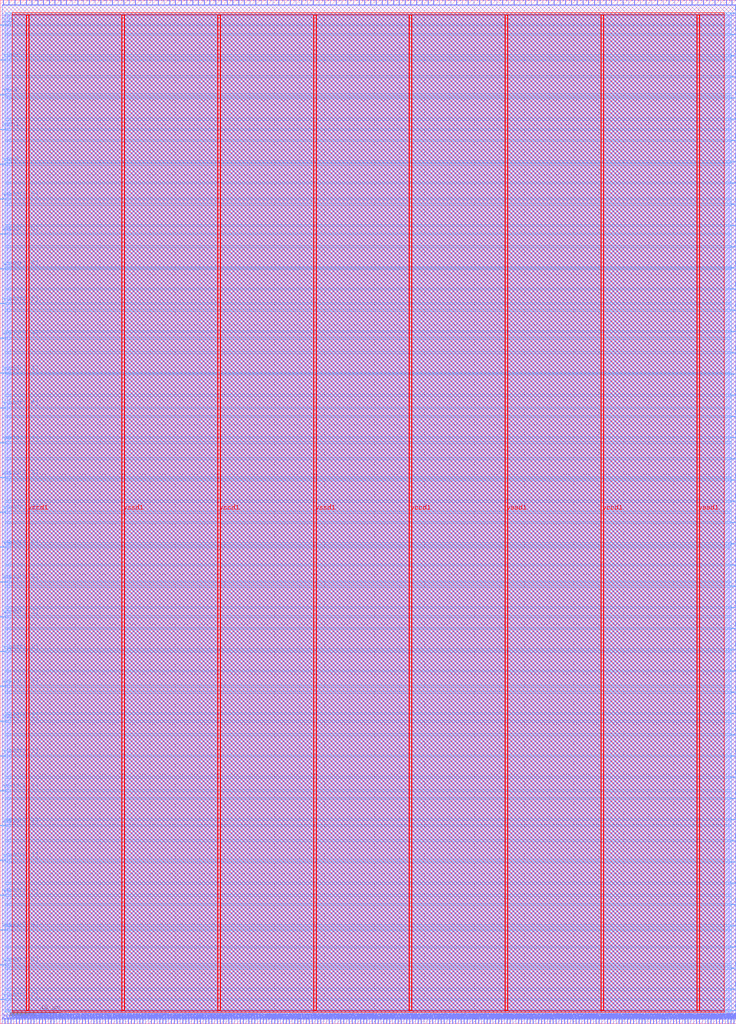
<source format=lef>
VERSION 5.7 ;
  NOWIREEXTENSIONATPIN ON ;
  DIVIDERCHAR "/" ;
  BUSBITCHARS "[]" ;
MACRO RF
  CLASS BLOCK ;
  FOREIGN RF ;
  ORIGIN 0.000 0.000 ;
  SIZE 590.000 BY 820.000 ;
  PIN clk
    DIRECTION INPUT ;
    USE SIGNAL ;
    PORT
      LAYER met3 ;
        RECT 0.000 799.720 4.000 800.320 ;
    END
  END clk
  PIN raddr0[0]
    DIRECTION INPUT ;
    USE SIGNAL ;
    PORT
      LAYER met3 ;
        RECT 586.000 10.240 590.000 10.840 ;
    END
  END raddr0[0]
  PIN raddr0[1]
    DIRECTION INPUT ;
    USE SIGNAL ;
    PORT
      LAYER met3 ;
        RECT 586.000 146.240 590.000 146.840 ;
    END
  END raddr0[1]
  PIN raddr0[2]
    DIRECTION INPUT ;
    USE SIGNAL ;
    PORT
      LAYER met3 ;
        RECT 586.000 282.240 590.000 282.840 ;
    END
  END raddr0[2]
  PIN raddr0[3]
    DIRECTION INPUT ;
    USE SIGNAL ;
    PORT
      LAYER met3 ;
        RECT 586.000 418.240 590.000 418.840 ;
    END
  END raddr0[3]
  PIN raddr0[4]
    DIRECTION INPUT ;
    USE SIGNAL ;
    PORT
      LAYER met3 ;
        RECT 586.000 554.240 590.000 554.840 ;
    END
  END raddr0[4]
  PIN raddr0[5]
    DIRECTION INPUT ;
    USE SIGNAL ;
    PORT
      LAYER met3 ;
        RECT 586.000 690.240 590.000 690.840 ;
    END
  END raddr0[5]
  PIN raddr1[0]
    DIRECTION INPUT ;
    USE SIGNAL ;
    PORT
      LAYER met3 ;
        RECT 586.000 27.240 590.000 27.840 ;
    END
  END raddr1[0]
  PIN raddr1[1]
    DIRECTION INPUT ;
    USE SIGNAL ;
    PORT
      LAYER met3 ;
        RECT 586.000 163.240 590.000 163.840 ;
    END
  END raddr1[1]
  PIN raddr1[2]
    DIRECTION INPUT ;
    USE SIGNAL ;
    PORT
      LAYER met3 ;
        RECT 586.000 299.240 590.000 299.840 ;
    END
  END raddr1[2]
  PIN raddr1[3]
    DIRECTION INPUT ;
    USE SIGNAL ;
    PORT
      LAYER met3 ;
        RECT 586.000 435.240 590.000 435.840 ;
    END
  END raddr1[3]
  PIN raddr1[4]
    DIRECTION INPUT ;
    USE SIGNAL ;
    PORT
      LAYER met3 ;
        RECT 586.000 571.240 590.000 571.840 ;
    END
  END raddr1[4]
  PIN raddr1[5]
    DIRECTION INPUT ;
    USE SIGNAL ;
    PORT
      LAYER met3 ;
        RECT 586.000 707.240 590.000 707.840 ;
    END
  END raddr1[5]
  PIN raddr2[0]
    DIRECTION INPUT ;
    USE SIGNAL ;
    PORT
      LAYER met3 ;
        RECT 586.000 44.240 590.000 44.840 ;
    END
  END raddr2[0]
  PIN raddr2[1]
    DIRECTION INPUT ;
    USE SIGNAL ;
    PORT
      LAYER met3 ;
        RECT 586.000 180.240 590.000 180.840 ;
    END
  END raddr2[1]
  PIN raddr2[2]
    DIRECTION INPUT ;
    USE SIGNAL ;
    PORT
      LAYER met3 ;
        RECT 586.000 316.240 590.000 316.840 ;
    END
  END raddr2[2]
  PIN raddr2[3]
    DIRECTION INPUT ;
    USE SIGNAL ;
    PORT
      LAYER met3 ;
        RECT 586.000 452.240 590.000 452.840 ;
    END
  END raddr2[3]
  PIN raddr2[4]
    DIRECTION INPUT ;
    USE SIGNAL ;
    PORT
      LAYER met3 ;
        RECT 586.000 588.240 590.000 588.840 ;
    END
  END raddr2[4]
  PIN raddr2[5]
    DIRECTION INPUT ;
    USE SIGNAL ;
    PORT
      LAYER met3 ;
        RECT 586.000 724.240 590.000 724.840 ;
    END
  END raddr2[5]
  PIN raddr3[0]
    DIRECTION INPUT ;
    USE SIGNAL ;
    PORT
      LAYER met3 ;
        RECT 586.000 61.240 590.000 61.840 ;
    END
  END raddr3[0]
  PIN raddr3[1]
    DIRECTION INPUT ;
    USE SIGNAL ;
    PORT
      LAYER met3 ;
        RECT 586.000 197.240 590.000 197.840 ;
    END
  END raddr3[1]
  PIN raddr3[2]
    DIRECTION INPUT ;
    USE SIGNAL ;
    PORT
      LAYER met3 ;
        RECT 586.000 333.240 590.000 333.840 ;
    END
  END raddr3[2]
  PIN raddr3[3]
    DIRECTION INPUT ;
    USE SIGNAL ;
    PORT
      LAYER met3 ;
        RECT 586.000 469.240 590.000 469.840 ;
    END
  END raddr3[3]
  PIN raddr3[4]
    DIRECTION INPUT ;
    USE SIGNAL ;
    PORT
      LAYER met3 ;
        RECT 586.000 605.240 590.000 605.840 ;
    END
  END raddr3[4]
  PIN raddr3[5]
    DIRECTION INPUT ;
    USE SIGNAL ;
    PORT
      LAYER met3 ;
        RECT 586.000 741.240 590.000 741.840 ;
    END
  END raddr3[5]
  PIN raddr4[0]
    DIRECTION INPUT ;
    USE SIGNAL ;
    PORT
      LAYER met3 ;
        RECT 586.000 78.240 590.000 78.840 ;
    END
  END raddr4[0]
  PIN raddr4[1]
    DIRECTION INPUT ;
    USE SIGNAL ;
    PORT
      LAYER met3 ;
        RECT 586.000 214.240 590.000 214.840 ;
    END
  END raddr4[1]
  PIN raddr4[2]
    DIRECTION INPUT ;
    USE SIGNAL ;
    PORT
      LAYER met3 ;
        RECT 586.000 350.240 590.000 350.840 ;
    END
  END raddr4[2]
  PIN raddr4[3]
    DIRECTION INPUT ;
    USE SIGNAL ;
    PORT
      LAYER met3 ;
        RECT 586.000 486.240 590.000 486.840 ;
    END
  END raddr4[3]
  PIN raddr4[4]
    DIRECTION INPUT ;
    USE SIGNAL ;
    PORT
      LAYER met3 ;
        RECT 586.000 622.240 590.000 622.840 ;
    END
  END raddr4[4]
  PIN raddr4[5]
    DIRECTION INPUT ;
    USE SIGNAL ;
    PORT
      LAYER met3 ;
        RECT 586.000 758.240 590.000 758.840 ;
    END
  END raddr4[5]
  PIN raddr5[0]
    DIRECTION INPUT ;
    USE SIGNAL ;
    PORT
      LAYER met3 ;
        RECT 586.000 95.240 590.000 95.840 ;
    END
  END raddr5[0]
  PIN raddr5[1]
    DIRECTION INPUT ;
    USE SIGNAL ;
    PORT
      LAYER met3 ;
        RECT 586.000 231.240 590.000 231.840 ;
    END
  END raddr5[1]
  PIN raddr5[2]
    DIRECTION INPUT ;
    USE SIGNAL ;
    PORT
      LAYER met3 ;
        RECT 586.000 367.240 590.000 367.840 ;
    END
  END raddr5[2]
  PIN raddr5[3]
    DIRECTION INPUT ;
    USE SIGNAL ;
    PORT
      LAYER met3 ;
        RECT 586.000 503.240 590.000 503.840 ;
    END
  END raddr5[3]
  PIN raddr5[4]
    DIRECTION INPUT ;
    USE SIGNAL ;
    PORT
      LAYER met3 ;
        RECT 586.000 639.240 590.000 639.840 ;
    END
  END raddr5[4]
  PIN raddr5[5]
    DIRECTION INPUT ;
    USE SIGNAL ;
    PORT
      LAYER met3 ;
        RECT 586.000 775.240 590.000 775.840 ;
    END
  END raddr5[5]
  PIN raddr6[0]
    DIRECTION INPUT ;
    USE SIGNAL ;
    PORT
      LAYER met3 ;
        RECT 586.000 112.240 590.000 112.840 ;
    END
  END raddr6[0]
  PIN raddr6[1]
    DIRECTION INPUT ;
    USE SIGNAL ;
    PORT
      LAYER met3 ;
        RECT 586.000 248.240 590.000 248.840 ;
    END
  END raddr6[1]
  PIN raddr6[2]
    DIRECTION INPUT ;
    USE SIGNAL ;
    PORT
      LAYER met3 ;
        RECT 586.000 384.240 590.000 384.840 ;
    END
  END raddr6[2]
  PIN raddr6[3]
    DIRECTION INPUT ;
    USE SIGNAL ;
    PORT
      LAYER met3 ;
        RECT 586.000 520.240 590.000 520.840 ;
    END
  END raddr6[3]
  PIN raddr6[4]
    DIRECTION INPUT ;
    USE SIGNAL ;
    PORT
      LAYER met3 ;
        RECT 586.000 656.240 590.000 656.840 ;
    END
  END raddr6[4]
  PIN raddr6[5]
    DIRECTION INPUT ;
    USE SIGNAL ;
    PORT
      LAYER met3 ;
        RECT 586.000 792.240 590.000 792.840 ;
    END
  END raddr6[5]
  PIN raddr7[0]
    DIRECTION INPUT ;
    USE SIGNAL ;
    PORT
      LAYER met3 ;
        RECT 586.000 129.240 590.000 129.840 ;
    END
  END raddr7[0]
  PIN raddr7[1]
    DIRECTION INPUT ;
    USE SIGNAL ;
    PORT
      LAYER met3 ;
        RECT 586.000 265.240 590.000 265.840 ;
    END
  END raddr7[1]
  PIN raddr7[2]
    DIRECTION INPUT ;
    USE SIGNAL ;
    PORT
      LAYER met3 ;
        RECT 586.000 401.240 590.000 401.840 ;
    END
  END raddr7[2]
  PIN raddr7[3]
    DIRECTION INPUT ;
    USE SIGNAL ;
    PORT
      LAYER met3 ;
        RECT 586.000 537.240 590.000 537.840 ;
    END
  END raddr7[3]
  PIN raddr7[4]
    DIRECTION INPUT ;
    USE SIGNAL ;
    PORT
      LAYER met3 ;
        RECT 586.000 673.240 590.000 673.840 ;
    END
  END raddr7[4]
  PIN raddr7[5]
    DIRECTION INPUT ;
    USE SIGNAL ;
    PORT
      LAYER met3 ;
        RECT 586.000 809.240 590.000 809.840 ;
    END
  END raddr7[5]
  PIN rdata0[0]
    DIRECTION OUTPUT TRISTATE ;
    USE SIGNAL ;
    PORT
      LAYER met2 ;
        RECT 1.470 0.000 1.750 4.000 ;
    END
  END rdata0[0]
  PIN rdata0[10]
    DIRECTION OUTPUT TRISTATE ;
    USE SIGNAL ;
    PORT
      LAYER met2 ;
        RECT 185.470 0.000 185.750 4.000 ;
    END
  END rdata0[10]
  PIN rdata0[11]
    DIRECTION OUTPUT TRISTATE ;
    USE SIGNAL ;
    PORT
      LAYER met2 ;
        RECT 203.870 0.000 204.150 4.000 ;
    END
  END rdata0[11]
  PIN rdata0[12]
    DIRECTION OUTPUT TRISTATE ;
    USE SIGNAL ;
    PORT
      LAYER met2 ;
        RECT 222.270 0.000 222.550 4.000 ;
    END
  END rdata0[12]
  PIN rdata0[13]
    DIRECTION OUTPUT TRISTATE ;
    USE SIGNAL ;
    PORT
      LAYER met2 ;
        RECT 240.670 0.000 240.950 4.000 ;
    END
  END rdata0[13]
  PIN rdata0[14]
    DIRECTION OUTPUT TRISTATE ;
    USE SIGNAL ;
    PORT
      LAYER met2 ;
        RECT 259.070 0.000 259.350 4.000 ;
    END
  END rdata0[14]
  PIN rdata0[15]
    DIRECTION OUTPUT TRISTATE ;
    USE SIGNAL ;
    PORT
      LAYER met2 ;
        RECT 277.470 0.000 277.750 4.000 ;
    END
  END rdata0[15]
  PIN rdata0[16]
    DIRECTION OUTPUT TRISTATE ;
    USE SIGNAL ;
    PORT
      LAYER met2 ;
        RECT 295.870 0.000 296.150 4.000 ;
    END
  END rdata0[16]
  PIN rdata0[17]
    DIRECTION OUTPUT TRISTATE ;
    USE SIGNAL ;
    PORT
      LAYER met2 ;
        RECT 314.270 0.000 314.550 4.000 ;
    END
  END rdata0[17]
  PIN rdata0[18]
    DIRECTION OUTPUT TRISTATE ;
    USE SIGNAL ;
    PORT
      LAYER met2 ;
        RECT 332.670 0.000 332.950 4.000 ;
    END
  END rdata0[18]
  PIN rdata0[19]
    DIRECTION OUTPUT TRISTATE ;
    USE SIGNAL ;
    PORT
      LAYER met2 ;
        RECT 351.070 0.000 351.350 4.000 ;
    END
  END rdata0[19]
  PIN rdata0[1]
    DIRECTION OUTPUT TRISTATE ;
    USE SIGNAL ;
    PORT
      LAYER met2 ;
        RECT 19.870 0.000 20.150 4.000 ;
    END
  END rdata0[1]
  PIN rdata0[20]
    DIRECTION OUTPUT TRISTATE ;
    USE SIGNAL ;
    PORT
      LAYER met2 ;
        RECT 369.470 0.000 369.750 4.000 ;
    END
  END rdata0[20]
  PIN rdata0[21]
    DIRECTION OUTPUT TRISTATE ;
    USE SIGNAL ;
    PORT
      LAYER met2 ;
        RECT 387.870 0.000 388.150 4.000 ;
    END
  END rdata0[21]
  PIN rdata0[22]
    DIRECTION OUTPUT TRISTATE ;
    USE SIGNAL ;
    PORT
      LAYER met2 ;
        RECT 406.270 0.000 406.550 4.000 ;
    END
  END rdata0[22]
  PIN rdata0[23]
    DIRECTION OUTPUT TRISTATE ;
    USE SIGNAL ;
    PORT
      LAYER met2 ;
        RECT 424.670 0.000 424.950 4.000 ;
    END
  END rdata0[23]
  PIN rdata0[24]
    DIRECTION OUTPUT TRISTATE ;
    USE SIGNAL ;
    PORT
      LAYER met2 ;
        RECT 443.070 0.000 443.350 4.000 ;
    END
  END rdata0[24]
  PIN rdata0[25]
    DIRECTION OUTPUT TRISTATE ;
    USE SIGNAL ;
    PORT
      LAYER met2 ;
        RECT 461.470 0.000 461.750 4.000 ;
    END
  END rdata0[25]
  PIN rdata0[26]
    DIRECTION OUTPUT TRISTATE ;
    USE SIGNAL ;
    PORT
      LAYER met2 ;
        RECT 479.870 0.000 480.150 4.000 ;
    END
  END rdata0[26]
  PIN rdata0[27]
    DIRECTION OUTPUT TRISTATE ;
    USE SIGNAL ;
    PORT
      LAYER met2 ;
        RECT 498.270 0.000 498.550 4.000 ;
    END
  END rdata0[27]
  PIN rdata0[28]
    DIRECTION OUTPUT TRISTATE ;
    USE SIGNAL ;
    PORT
      LAYER met2 ;
        RECT 516.670 0.000 516.950 4.000 ;
    END
  END rdata0[28]
  PIN rdata0[29]
    DIRECTION OUTPUT TRISTATE ;
    USE SIGNAL ;
    PORT
      LAYER met2 ;
        RECT 535.070 0.000 535.350 4.000 ;
    END
  END rdata0[29]
  PIN rdata0[2]
    DIRECTION OUTPUT TRISTATE ;
    USE SIGNAL ;
    PORT
      LAYER met2 ;
        RECT 38.270 0.000 38.550 4.000 ;
    END
  END rdata0[2]
  PIN rdata0[30]
    DIRECTION OUTPUT TRISTATE ;
    USE SIGNAL ;
    PORT
      LAYER met2 ;
        RECT 553.470 0.000 553.750 4.000 ;
    END
  END rdata0[30]
  PIN rdata0[31]
    DIRECTION OUTPUT TRISTATE ;
    USE SIGNAL ;
    PORT
      LAYER met2 ;
        RECT 571.870 0.000 572.150 4.000 ;
    END
  END rdata0[31]
  PIN rdata0[3]
    DIRECTION OUTPUT TRISTATE ;
    USE SIGNAL ;
    PORT
      LAYER met2 ;
        RECT 56.670 0.000 56.950 4.000 ;
    END
  END rdata0[3]
  PIN rdata0[4]
    DIRECTION OUTPUT TRISTATE ;
    USE SIGNAL ;
    PORT
      LAYER met2 ;
        RECT 75.070 0.000 75.350 4.000 ;
    END
  END rdata0[4]
  PIN rdata0[5]
    DIRECTION OUTPUT TRISTATE ;
    USE SIGNAL ;
    PORT
      LAYER met2 ;
        RECT 93.470 0.000 93.750 4.000 ;
    END
  END rdata0[5]
  PIN rdata0[6]
    DIRECTION OUTPUT TRISTATE ;
    USE SIGNAL ;
    PORT
      LAYER met2 ;
        RECT 111.870 0.000 112.150 4.000 ;
    END
  END rdata0[6]
  PIN rdata0[7]
    DIRECTION OUTPUT TRISTATE ;
    USE SIGNAL ;
    PORT
      LAYER met2 ;
        RECT 130.270 0.000 130.550 4.000 ;
    END
  END rdata0[7]
  PIN rdata0[8]
    DIRECTION OUTPUT TRISTATE ;
    USE SIGNAL ;
    PORT
      LAYER met2 ;
        RECT 148.670 0.000 148.950 4.000 ;
    END
  END rdata0[8]
  PIN rdata0[9]
    DIRECTION OUTPUT TRISTATE ;
    USE SIGNAL ;
    PORT
      LAYER met2 ;
        RECT 167.070 0.000 167.350 4.000 ;
    END
  END rdata0[9]
  PIN rdata1[0]
    DIRECTION OUTPUT TRISTATE ;
    USE SIGNAL ;
    PORT
      LAYER met2 ;
        RECT 3.770 0.000 4.050 4.000 ;
    END
  END rdata1[0]
  PIN rdata1[10]
    DIRECTION OUTPUT TRISTATE ;
    USE SIGNAL ;
    PORT
      LAYER met2 ;
        RECT 187.770 0.000 188.050 4.000 ;
    END
  END rdata1[10]
  PIN rdata1[11]
    DIRECTION OUTPUT TRISTATE ;
    USE SIGNAL ;
    PORT
      LAYER met2 ;
        RECT 206.170 0.000 206.450 4.000 ;
    END
  END rdata1[11]
  PIN rdata1[12]
    DIRECTION OUTPUT TRISTATE ;
    USE SIGNAL ;
    PORT
      LAYER met2 ;
        RECT 224.570 0.000 224.850 4.000 ;
    END
  END rdata1[12]
  PIN rdata1[13]
    DIRECTION OUTPUT TRISTATE ;
    USE SIGNAL ;
    PORT
      LAYER met2 ;
        RECT 242.970 0.000 243.250 4.000 ;
    END
  END rdata1[13]
  PIN rdata1[14]
    DIRECTION OUTPUT TRISTATE ;
    USE SIGNAL ;
    PORT
      LAYER met2 ;
        RECT 261.370 0.000 261.650 4.000 ;
    END
  END rdata1[14]
  PIN rdata1[15]
    DIRECTION OUTPUT TRISTATE ;
    USE SIGNAL ;
    PORT
      LAYER met2 ;
        RECT 279.770 0.000 280.050 4.000 ;
    END
  END rdata1[15]
  PIN rdata1[16]
    DIRECTION OUTPUT TRISTATE ;
    USE SIGNAL ;
    PORT
      LAYER met2 ;
        RECT 298.170 0.000 298.450 4.000 ;
    END
  END rdata1[16]
  PIN rdata1[17]
    DIRECTION OUTPUT TRISTATE ;
    USE SIGNAL ;
    PORT
      LAYER met2 ;
        RECT 316.570 0.000 316.850 4.000 ;
    END
  END rdata1[17]
  PIN rdata1[18]
    DIRECTION OUTPUT TRISTATE ;
    USE SIGNAL ;
    PORT
      LAYER met2 ;
        RECT 334.970 0.000 335.250 4.000 ;
    END
  END rdata1[18]
  PIN rdata1[19]
    DIRECTION OUTPUT TRISTATE ;
    USE SIGNAL ;
    PORT
      LAYER met2 ;
        RECT 353.370 0.000 353.650 4.000 ;
    END
  END rdata1[19]
  PIN rdata1[1]
    DIRECTION OUTPUT TRISTATE ;
    USE SIGNAL ;
    PORT
      LAYER met2 ;
        RECT 22.170 0.000 22.450 4.000 ;
    END
  END rdata1[1]
  PIN rdata1[20]
    DIRECTION OUTPUT TRISTATE ;
    USE SIGNAL ;
    PORT
      LAYER met2 ;
        RECT 371.770 0.000 372.050 4.000 ;
    END
  END rdata1[20]
  PIN rdata1[21]
    DIRECTION OUTPUT TRISTATE ;
    USE SIGNAL ;
    PORT
      LAYER met2 ;
        RECT 390.170 0.000 390.450 4.000 ;
    END
  END rdata1[21]
  PIN rdata1[22]
    DIRECTION OUTPUT TRISTATE ;
    USE SIGNAL ;
    PORT
      LAYER met2 ;
        RECT 408.570 0.000 408.850 4.000 ;
    END
  END rdata1[22]
  PIN rdata1[23]
    DIRECTION OUTPUT TRISTATE ;
    USE SIGNAL ;
    PORT
      LAYER met2 ;
        RECT 426.970 0.000 427.250 4.000 ;
    END
  END rdata1[23]
  PIN rdata1[24]
    DIRECTION OUTPUT TRISTATE ;
    USE SIGNAL ;
    PORT
      LAYER met2 ;
        RECT 445.370 0.000 445.650 4.000 ;
    END
  END rdata1[24]
  PIN rdata1[25]
    DIRECTION OUTPUT TRISTATE ;
    USE SIGNAL ;
    PORT
      LAYER met2 ;
        RECT 463.770 0.000 464.050 4.000 ;
    END
  END rdata1[25]
  PIN rdata1[26]
    DIRECTION OUTPUT TRISTATE ;
    USE SIGNAL ;
    PORT
      LAYER met2 ;
        RECT 482.170 0.000 482.450 4.000 ;
    END
  END rdata1[26]
  PIN rdata1[27]
    DIRECTION OUTPUT TRISTATE ;
    USE SIGNAL ;
    PORT
      LAYER met2 ;
        RECT 500.570 0.000 500.850 4.000 ;
    END
  END rdata1[27]
  PIN rdata1[28]
    DIRECTION OUTPUT TRISTATE ;
    USE SIGNAL ;
    PORT
      LAYER met2 ;
        RECT 518.970 0.000 519.250 4.000 ;
    END
  END rdata1[28]
  PIN rdata1[29]
    DIRECTION OUTPUT TRISTATE ;
    USE SIGNAL ;
    PORT
      LAYER met2 ;
        RECT 537.370 0.000 537.650 4.000 ;
    END
  END rdata1[29]
  PIN rdata1[2]
    DIRECTION OUTPUT TRISTATE ;
    USE SIGNAL ;
    PORT
      LAYER met2 ;
        RECT 40.570 0.000 40.850 4.000 ;
    END
  END rdata1[2]
  PIN rdata1[30]
    DIRECTION OUTPUT TRISTATE ;
    USE SIGNAL ;
    PORT
      LAYER met2 ;
        RECT 555.770 0.000 556.050 4.000 ;
    END
  END rdata1[30]
  PIN rdata1[31]
    DIRECTION OUTPUT TRISTATE ;
    USE SIGNAL ;
    PORT
      LAYER met2 ;
        RECT 574.170 0.000 574.450 4.000 ;
    END
  END rdata1[31]
  PIN rdata1[3]
    DIRECTION OUTPUT TRISTATE ;
    USE SIGNAL ;
    PORT
      LAYER met2 ;
        RECT 58.970 0.000 59.250 4.000 ;
    END
  END rdata1[3]
  PIN rdata1[4]
    DIRECTION OUTPUT TRISTATE ;
    USE SIGNAL ;
    PORT
      LAYER met2 ;
        RECT 77.370 0.000 77.650 4.000 ;
    END
  END rdata1[4]
  PIN rdata1[5]
    DIRECTION OUTPUT TRISTATE ;
    USE SIGNAL ;
    PORT
      LAYER met2 ;
        RECT 95.770 0.000 96.050 4.000 ;
    END
  END rdata1[5]
  PIN rdata1[6]
    DIRECTION OUTPUT TRISTATE ;
    USE SIGNAL ;
    PORT
      LAYER met2 ;
        RECT 114.170 0.000 114.450 4.000 ;
    END
  END rdata1[6]
  PIN rdata1[7]
    DIRECTION OUTPUT TRISTATE ;
    USE SIGNAL ;
    PORT
      LAYER met2 ;
        RECT 132.570 0.000 132.850 4.000 ;
    END
  END rdata1[7]
  PIN rdata1[8]
    DIRECTION OUTPUT TRISTATE ;
    USE SIGNAL ;
    PORT
      LAYER met2 ;
        RECT 150.970 0.000 151.250 4.000 ;
    END
  END rdata1[8]
  PIN rdata1[9]
    DIRECTION OUTPUT TRISTATE ;
    USE SIGNAL ;
    PORT
      LAYER met2 ;
        RECT 169.370 0.000 169.650 4.000 ;
    END
  END rdata1[9]
  PIN rdata2[0]
    DIRECTION OUTPUT TRISTATE ;
    USE SIGNAL ;
    PORT
      LAYER met2 ;
        RECT 6.070 0.000 6.350 4.000 ;
    END
  END rdata2[0]
  PIN rdata2[10]
    DIRECTION OUTPUT TRISTATE ;
    USE SIGNAL ;
    PORT
      LAYER met2 ;
        RECT 190.070 0.000 190.350 4.000 ;
    END
  END rdata2[10]
  PIN rdata2[11]
    DIRECTION OUTPUT TRISTATE ;
    USE SIGNAL ;
    PORT
      LAYER met2 ;
        RECT 208.470 0.000 208.750 4.000 ;
    END
  END rdata2[11]
  PIN rdata2[12]
    DIRECTION OUTPUT TRISTATE ;
    USE SIGNAL ;
    PORT
      LAYER met2 ;
        RECT 226.870 0.000 227.150 4.000 ;
    END
  END rdata2[12]
  PIN rdata2[13]
    DIRECTION OUTPUT TRISTATE ;
    USE SIGNAL ;
    PORT
      LAYER met2 ;
        RECT 245.270 0.000 245.550 4.000 ;
    END
  END rdata2[13]
  PIN rdata2[14]
    DIRECTION OUTPUT TRISTATE ;
    USE SIGNAL ;
    PORT
      LAYER met2 ;
        RECT 263.670 0.000 263.950 4.000 ;
    END
  END rdata2[14]
  PIN rdata2[15]
    DIRECTION OUTPUT TRISTATE ;
    USE SIGNAL ;
    PORT
      LAYER met2 ;
        RECT 282.070 0.000 282.350 4.000 ;
    END
  END rdata2[15]
  PIN rdata2[16]
    DIRECTION OUTPUT TRISTATE ;
    USE SIGNAL ;
    PORT
      LAYER met2 ;
        RECT 300.470 0.000 300.750 4.000 ;
    END
  END rdata2[16]
  PIN rdata2[17]
    DIRECTION OUTPUT TRISTATE ;
    USE SIGNAL ;
    PORT
      LAYER met2 ;
        RECT 318.870 0.000 319.150 4.000 ;
    END
  END rdata2[17]
  PIN rdata2[18]
    DIRECTION OUTPUT TRISTATE ;
    USE SIGNAL ;
    PORT
      LAYER met2 ;
        RECT 337.270 0.000 337.550 4.000 ;
    END
  END rdata2[18]
  PIN rdata2[19]
    DIRECTION OUTPUT TRISTATE ;
    USE SIGNAL ;
    PORT
      LAYER met2 ;
        RECT 355.670 0.000 355.950 4.000 ;
    END
  END rdata2[19]
  PIN rdata2[1]
    DIRECTION OUTPUT TRISTATE ;
    USE SIGNAL ;
    PORT
      LAYER met2 ;
        RECT 24.470 0.000 24.750 4.000 ;
    END
  END rdata2[1]
  PIN rdata2[20]
    DIRECTION OUTPUT TRISTATE ;
    USE SIGNAL ;
    PORT
      LAYER met2 ;
        RECT 374.070 0.000 374.350 4.000 ;
    END
  END rdata2[20]
  PIN rdata2[21]
    DIRECTION OUTPUT TRISTATE ;
    USE SIGNAL ;
    PORT
      LAYER met2 ;
        RECT 392.470 0.000 392.750 4.000 ;
    END
  END rdata2[21]
  PIN rdata2[22]
    DIRECTION OUTPUT TRISTATE ;
    USE SIGNAL ;
    PORT
      LAYER met2 ;
        RECT 410.870 0.000 411.150 4.000 ;
    END
  END rdata2[22]
  PIN rdata2[23]
    DIRECTION OUTPUT TRISTATE ;
    USE SIGNAL ;
    PORT
      LAYER met2 ;
        RECT 429.270 0.000 429.550 4.000 ;
    END
  END rdata2[23]
  PIN rdata2[24]
    DIRECTION OUTPUT TRISTATE ;
    USE SIGNAL ;
    PORT
      LAYER met2 ;
        RECT 447.670 0.000 447.950 4.000 ;
    END
  END rdata2[24]
  PIN rdata2[25]
    DIRECTION OUTPUT TRISTATE ;
    USE SIGNAL ;
    PORT
      LAYER met2 ;
        RECT 466.070 0.000 466.350 4.000 ;
    END
  END rdata2[25]
  PIN rdata2[26]
    DIRECTION OUTPUT TRISTATE ;
    USE SIGNAL ;
    PORT
      LAYER met2 ;
        RECT 484.470 0.000 484.750 4.000 ;
    END
  END rdata2[26]
  PIN rdata2[27]
    DIRECTION OUTPUT TRISTATE ;
    USE SIGNAL ;
    PORT
      LAYER met2 ;
        RECT 502.870 0.000 503.150 4.000 ;
    END
  END rdata2[27]
  PIN rdata2[28]
    DIRECTION OUTPUT TRISTATE ;
    USE SIGNAL ;
    PORT
      LAYER met2 ;
        RECT 521.270 0.000 521.550 4.000 ;
    END
  END rdata2[28]
  PIN rdata2[29]
    DIRECTION OUTPUT TRISTATE ;
    USE SIGNAL ;
    PORT
      LAYER met2 ;
        RECT 539.670 0.000 539.950 4.000 ;
    END
  END rdata2[29]
  PIN rdata2[2]
    DIRECTION OUTPUT TRISTATE ;
    USE SIGNAL ;
    PORT
      LAYER met2 ;
        RECT 42.870 0.000 43.150 4.000 ;
    END
  END rdata2[2]
  PIN rdata2[30]
    DIRECTION OUTPUT TRISTATE ;
    USE SIGNAL ;
    PORT
      LAYER met2 ;
        RECT 558.070 0.000 558.350 4.000 ;
    END
  END rdata2[30]
  PIN rdata2[31]
    DIRECTION OUTPUT TRISTATE ;
    USE SIGNAL ;
    PORT
      LAYER met2 ;
        RECT 576.470 0.000 576.750 4.000 ;
    END
  END rdata2[31]
  PIN rdata2[3]
    DIRECTION OUTPUT TRISTATE ;
    USE SIGNAL ;
    PORT
      LAYER met2 ;
        RECT 61.270 0.000 61.550 4.000 ;
    END
  END rdata2[3]
  PIN rdata2[4]
    DIRECTION OUTPUT TRISTATE ;
    USE SIGNAL ;
    PORT
      LAYER met2 ;
        RECT 79.670 0.000 79.950 4.000 ;
    END
  END rdata2[4]
  PIN rdata2[5]
    DIRECTION OUTPUT TRISTATE ;
    USE SIGNAL ;
    PORT
      LAYER met2 ;
        RECT 98.070 0.000 98.350 4.000 ;
    END
  END rdata2[5]
  PIN rdata2[6]
    DIRECTION OUTPUT TRISTATE ;
    USE SIGNAL ;
    PORT
      LAYER met2 ;
        RECT 116.470 0.000 116.750 4.000 ;
    END
  END rdata2[6]
  PIN rdata2[7]
    DIRECTION OUTPUT TRISTATE ;
    USE SIGNAL ;
    PORT
      LAYER met2 ;
        RECT 134.870 0.000 135.150 4.000 ;
    END
  END rdata2[7]
  PIN rdata2[8]
    DIRECTION OUTPUT TRISTATE ;
    USE SIGNAL ;
    PORT
      LAYER met2 ;
        RECT 153.270 0.000 153.550 4.000 ;
    END
  END rdata2[8]
  PIN rdata2[9]
    DIRECTION OUTPUT TRISTATE ;
    USE SIGNAL ;
    PORT
      LAYER met2 ;
        RECT 171.670 0.000 171.950 4.000 ;
    END
  END rdata2[9]
  PIN rdata3[0]
    DIRECTION OUTPUT TRISTATE ;
    USE SIGNAL ;
    PORT
      LAYER met2 ;
        RECT 8.370 0.000 8.650 4.000 ;
    END
  END rdata3[0]
  PIN rdata3[10]
    DIRECTION OUTPUT TRISTATE ;
    USE SIGNAL ;
    PORT
      LAYER met2 ;
        RECT 192.370 0.000 192.650 4.000 ;
    END
  END rdata3[10]
  PIN rdata3[11]
    DIRECTION OUTPUT TRISTATE ;
    USE SIGNAL ;
    PORT
      LAYER met2 ;
        RECT 210.770 0.000 211.050 4.000 ;
    END
  END rdata3[11]
  PIN rdata3[12]
    DIRECTION OUTPUT TRISTATE ;
    USE SIGNAL ;
    PORT
      LAYER met2 ;
        RECT 229.170 0.000 229.450 4.000 ;
    END
  END rdata3[12]
  PIN rdata3[13]
    DIRECTION OUTPUT TRISTATE ;
    USE SIGNAL ;
    PORT
      LAYER met2 ;
        RECT 247.570 0.000 247.850 4.000 ;
    END
  END rdata3[13]
  PIN rdata3[14]
    DIRECTION OUTPUT TRISTATE ;
    USE SIGNAL ;
    PORT
      LAYER met2 ;
        RECT 265.970 0.000 266.250 4.000 ;
    END
  END rdata3[14]
  PIN rdata3[15]
    DIRECTION OUTPUT TRISTATE ;
    USE SIGNAL ;
    PORT
      LAYER met2 ;
        RECT 284.370 0.000 284.650 4.000 ;
    END
  END rdata3[15]
  PIN rdata3[16]
    DIRECTION OUTPUT TRISTATE ;
    USE SIGNAL ;
    PORT
      LAYER met2 ;
        RECT 302.770 0.000 303.050 4.000 ;
    END
  END rdata3[16]
  PIN rdata3[17]
    DIRECTION OUTPUT TRISTATE ;
    USE SIGNAL ;
    PORT
      LAYER met2 ;
        RECT 321.170 0.000 321.450 4.000 ;
    END
  END rdata3[17]
  PIN rdata3[18]
    DIRECTION OUTPUT TRISTATE ;
    USE SIGNAL ;
    PORT
      LAYER met2 ;
        RECT 339.570 0.000 339.850 4.000 ;
    END
  END rdata3[18]
  PIN rdata3[19]
    DIRECTION OUTPUT TRISTATE ;
    USE SIGNAL ;
    PORT
      LAYER met2 ;
        RECT 357.970 0.000 358.250 4.000 ;
    END
  END rdata3[19]
  PIN rdata3[1]
    DIRECTION OUTPUT TRISTATE ;
    USE SIGNAL ;
    PORT
      LAYER met2 ;
        RECT 26.770 0.000 27.050 4.000 ;
    END
  END rdata3[1]
  PIN rdata3[20]
    DIRECTION OUTPUT TRISTATE ;
    USE SIGNAL ;
    PORT
      LAYER met2 ;
        RECT 376.370 0.000 376.650 4.000 ;
    END
  END rdata3[20]
  PIN rdata3[21]
    DIRECTION OUTPUT TRISTATE ;
    USE SIGNAL ;
    PORT
      LAYER met2 ;
        RECT 394.770 0.000 395.050 4.000 ;
    END
  END rdata3[21]
  PIN rdata3[22]
    DIRECTION OUTPUT TRISTATE ;
    USE SIGNAL ;
    PORT
      LAYER met2 ;
        RECT 413.170 0.000 413.450 4.000 ;
    END
  END rdata3[22]
  PIN rdata3[23]
    DIRECTION OUTPUT TRISTATE ;
    USE SIGNAL ;
    PORT
      LAYER met2 ;
        RECT 431.570 0.000 431.850 4.000 ;
    END
  END rdata3[23]
  PIN rdata3[24]
    DIRECTION OUTPUT TRISTATE ;
    USE SIGNAL ;
    PORT
      LAYER met2 ;
        RECT 449.970 0.000 450.250 4.000 ;
    END
  END rdata3[24]
  PIN rdata3[25]
    DIRECTION OUTPUT TRISTATE ;
    USE SIGNAL ;
    PORT
      LAYER met2 ;
        RECT 468.370 0.000 468.650 4.000 ;
    END
  END rdata3[25]
  PIN rdata3[26]
    DIRECTION OUTPUT TRISTATE ;
    USE SIGNAL ;
    PORT
      LAYER met2 ;
        RECT 486.770 0.000 487.050 4.000 ;
    END
  END rdata3[26]
  PIN rdata3[27]
    DIRECTION OUTPUT TRISTATE ;
    USE SIGNAL ;
    PORT
      LAYER met2 ;
        RECT 505.170 0.000 505.450 4.000 ;
    END
  END rdata3[27]
  PIN rdata3[28]
    DIRECTION OUTPUT TRISTATE ;
    USE SIGNAL ;
    PORT
      LAYER met2 ;
        RECT 523.570 0.000 523.850 4.000 ;
    END
  END rdata3[28]
  PIN rdata3[29]
    DIRECTION OUTPUT TRISTATE ;
    USE SIGNAL ;
    PORT
      LAYER met2 ;
        RECT 541.970 0.000 542.250 4.000 ;
    END
  END rdata3[29]
  PIN rdata3[2]
    DIRECTION OUTPUT TRISTATE ;
    USE SIGNAL ;
    PORT
      LAYER met2 ;
        RECT 45.170 0.000 45.450 4.000 ;
    END
  END rdata3[2]
  PIN rdata3[30]
    DIRECTION OUTPUT TRISTATE ;
    USE SIGNAL ;
    PORT
      LAYER met2 ;
        RECT 560.370 0.000 560.650 4.000 ;
    END
  END rdata3[30]
  PIN rdata3[31]
    DIRECTION OUTPUT TRISTATE ;
    USE SIGNAL ;
    PORT
      LAYER met2 ;
        RECT 578.770 0.000 579.050 4.000 ;
    END
  END rdata3[31]
  PIN rdata3[3]
    DIRECTION OUTPUT TRISTATE ;
    USE SIGNAL ;
    PORT
      LAYER met2 ;
        RECT 63.570 0.000 63.850 4.000 ;
    END
  END rdata3[3]
  PIN rdata3[4]
    DIRECTION OUTPUT TRISTATE ;
    USE SIGNAL ;
    PORT
      LAYER met2 ;
        RECT 81.970 0.000 82.250 4.000 ;
    END
  END rdata3[4]
  PIN rdata3[5]
    DIRECTION OUTPUT TRISTATE ;
    USE SIGNAL ;
    PORT
      LAYER met2 ;
        RECT 100.370 0.000 100.650 4.000 ;
    END
  END rdata3[5]
  PIN rdata3[6]
    DIRECTION OUTPUT TRISTATE ;
    USE SIGNAL ;
    PORT
      LAYER met2 ;
        RECT 118.770 0.000 119.050 4.000 ;
    END
  END rdata3[6]
  PIN rdata3[7]
    DIRECTION OUTPUT TRISTATE ;
    USE SIGNAL ;
    PORT
      LAYER met2 ;
        RECT 137.170 0.000 137.450 4.000 ;
    END
  END rdata3[7]
  PIN rdata3[8]
    DIRECTION OUTPUT TRISTATE ;
    USE SIGNAL ;
    PORT
      LAYER met2 ;
        RECT 155.570 0.000 155.850 4.000 ;
    END
  END rdata3[8]
  PIN rdata3[9]
    DIRECTION OUTPUT TRISTATE ;
    USE SIGNAL ;
    PORT
      LAYER met2 ;
        RECT 173.970 0.000 174.250 4.000 ;
    END
  END rdata3[9]
  PIN rdata4[0]
    DIRECTION OUTPUT TRISTATE ;
    USE SIGNAL ;
    PORT
      LAYER met2 ;
        RECT 10.670 0.000 10.950 4.000 ;
    END
  END rdata4[0]
  PIN rdata4[10]
    DIRECTION OUTPUT TRISTATE ;
    USE SIGNAL ;
    PORT
      LAYER met2 ;
        RECT 194.670 0.000 194.950 4.000 ;
    END
  END rdata4[10]
  PIN rdata4[11]
    DIRECTION OUTPUT TRISTATE ;
    USE SIGNAL ;
    PORT
      LAYER met2 ;
        RECT 213.070 0.000 213.350 4.000 ;
    END
  END rdata4[11]
  PIN rdata4[12]
    DIRECTION OUTPUT TRISTATE ;
    USE SIGNAL ;
    PORT
      LAYER met2 ;
        RECT 231.470 0.000 231.750 4.000 ;
    END
  END rdata4[12]
  PIN rdata4[13]
    DIRECTION OUTPUT TRISTATE ;
    USE SIGNAL ;
    PORT
      LAYER met2 ;
        RECT 249.870 0.000 250.150 4.000 ;
    END
  END rdata4[13]
  PIN rdata4[14]
    DIRECTION OUTPUT TRISTATE ;
    USE SIGNAL ;
    PORT
      LAYER met2 ;
        RECT 268.270 0.000 268.550 4.000 ;
    END
  END rdata4[14]
  PIN rdata4[15]
    DIRECTION OUTPUT TRISTATE ;
    USE SIGNAL ;
    PORT
      LAYER met2 ;
        RECT 286.670 0.000 286.950 4.000 ;
    END
  END rdata4[15]
  PIN rdata4[16]
    DIRECTION OUTPUT TRISTATE ;
    USE SIGNAL ;
    PORT
      LAYER met2 ;
        RECT 305.070 0.000 305.350 4.000 ;
    END
  END rdata4[16]
  PIN rdata4[17]
    DIRECTION OUTPUT TRISTATE ;
    USE SIGNAL ;
    PORT
      LAYER met2 ;
        RECT 323.470 0.000 323.750 4.000 ;
    END
  END rdata4[17]
  PIN rdata4[18]
    DIRECTION OUTPUT TRISTATE ;
    USE SIGNAL ;
    PORT
      LAYER met2 ;
        RECT 341.870 0.000 342.150 4.000 ;
    END
  END rdata4[18]
  PIN rdata4[19]
    DIRECTION OUTPUT TRISTATE ;
    USE SIGNAL ;
    PORT
      LAYER met2 ;
        RECT 360.270 0.000 360.550 4.000 ;
    END
  END rdata4[19]
  PIN rdata4[1]
    DIRECTION OUTPUT TRISTATE ;
    USE SIGNAL ;
    PORT
      LAYER met2 ;
        RECT 29.070 0.000 29.350 4.000 ;
    END
  END rdata4[1]
  PIN rdata4[20]
    DIRECTION OUTPUT TRISTATE ;
    USE SIGNAL ;
    PORT
      LAYER met2 ;
        RECT 378.670 0.000 378.950 4.000 ;
    END
  END rdata4[20]
  PIN rdata4[21]
    DIRECTION OUTPUT TRISTATE ;
    USE SIGNAL ;
    PORT
      LAYER met2 ;
        RECT 397.070 0.000 397.350 4.000 ;
    END
  END rdata4[21]
  PIN rdata4[22]
    DIRECTION OUTPUT TRISTATE ;
    USE SIGNAL ;
    PORT
      LAYER met2 ;
        RECT 415.470 0.000 415.750 4.000 ;
    END
  END rdata4[22]
  PIN rdata4[23]
    DIRECTION OUTPUT TRISTATE ;
    USE SIGNAL ;
    PORT
      LAYER met2 ;
        RECT 433.870 0.000 434.150 4.000 ;
    END
  END rdata4[23]
  PIN rdata4[24]
    DIRECTION OUTPUT TRISTATE ;
    USE SIGNAL ;
    PORT
      LAYER met2 ;
        RECT 452.270 0.000 452.550 4.000 ;
    END
  END rdata4[24]
  PIN rdata4[25]
    DIRECTION OUTPUT TRISTATE ;
    USE SIGNAL ;
    PORT
      LAYER met2 ;
        RECT 470.670 0.000 470.950 4.000 ;
    END
  END rdata4[25]
  PIN rdata4[26]
    DIRECTION OUTPUT TRISTATE ;
    USE SIGNAL ;
    PORT
      LAYER met2 ;
        RECT 489.070 0.000 489.350 4.000 ;
    END
  END rdata4[26]
  PIN rdata4[27]
    DIRECTION OUTPUT TRISTATE ;
    USE SIGNAL ;
    PORT
      LAYER met2 ;
        RECT 507.470 0.000 507.750 4.000 ;
    END
  END rdata4[27]
  PIN rdata4[28]
    DIRECTION OUTPUT TRISTATE ;
    USE SIGNAL ;
    PORT
      LAYER met2 ;
        RECT 525.870 0.000 526.150 4.000 ;
    END
  END rdata4[28]
  PIN rdata4[29]
    DIRECTION OUTPUT TRISTATE ;
    USE SIGNAL ;
    PORT
      LAYER met2 ;
        RECT 544.270 0.000 544.550 4.000 ;
    END
  END rdata4[29]
  PIN rdata4[2]
    DIRECTION OUTPUT TRISTATE ;
    USE SIGNAL ;
    PORT
      LAYER met2 ;
        RECT 47.470 0.000 47.750 4.000 ;
    END
  END rdata4[2]
  PIN rdata4[30]
    DIRECTION OUTPUT TRISTATE ;
    USE SIGNAL ;
    PORT
      LAYER met2 ;
        RECT 562.670 0.000 562.950 4.000 ;
    END
  END rdata4[30]
  PIN rdata4[31]
    DIRECTION OUTPUT TRISTATE ;
    USE SIGNAL ;
    PORT
      LAYER met2 ;
        RECT 581.070 0.000 581.350 4.000 ;
    END
  END rdata4[31]
  PIN rdata4[3]
    DIRECTION OUTPUT TRISTATE ;
    USE SIGNAL ;
    PORT
      LAYER met2 ;
        RECT 65.870 0.000 66.150 4.000 ;
    END
  END rdata4[3]
  PIN rdata4[4]
    DIRECTION OUTPUT TRISTATE ;
    USE SIGNAL ;
    PORT
      LAYER met2 ;
        RECT 84.270 0.000 84.550 4.000 ;
    END
  END rdata4[4]
  PIN rdata4[5]
    DIRECTION OUTPUT TRISTATE ;
    USE SIGNAL ;
    PORT
      LAYER met2 ;
        RECT 102.670 0.000 102.950 4.000 ;
    END
  END rdata4[5]
  PIN rdata4[6]
    DIRECTION OUTPUT TRISTATE ;
    USE SIGNAL ;
    PORT
      LAYER met2 ;
        RECT 121.070 0.000 121.350 4.000 ;
    END
  END rdata4[6]
  PIN rdata4[7]
    DIRECTION OUTPUT TRISTATE ;
    USE SIGNAL ;
    PORT
      LAYER met2 ;
        RECT 139.470 0.000 139.750 4.000 ;
    END
  END rdata4[7]
  PIN rdata4[8]
    DIRECTION OUTPUT TRISTATE ;
    USE SIGNAL ;
    PORT
      LAYER met2 ;
        RECT 157.870 0.000 158.150 4.000 ;
    END
  END rdata4[8]
  PIN rdata4[9]
    DIRECTION OUTPUT TRISTATE ;
    USE SIGNAL ;
    PORT
      LAYER met2 ;
        RECT 176.270 0.000 176.550 4.000 ;
    END
  END rdata4[9]
  PIN rdata5[0]
    DIRECTION OUTPUT TRISTATE ;
    USE SIGNAL ;
    PORT
      LAYER met2 ;
        RECT 12.970 0.000 13.250 4.000 ;
    END
  END rdata5[0]
  PIN rdata5[10]
    DIRECTION OUTPUT TRISTATE ;
    USE SIGNAL ;
    PORT
      LAYER met2 ;
        RECT 196.970 0.000 197.250 4.000 ;
    END
  END rdata5[10]
  PIN rdata5[11]
    DIRECTION OUTPUT TRISTATE ;
    USE SIGNAL ;
    PORT
      LAYER met2 ;
        RECT 215.370 0.000 215.650 4.000 ;
    END
  END rdata5[11]
  PIN rdata5[12]
    DIRECTION OUTPUT TRISTATE ;
    USE SIGNAL ;
    PORT
      LAYER met2 ;
        RECT 233.770 0.000 234.050 4.000 ;
    END
  END rdata5[12]
  PIN rdata5[13]
    DIRECTION OUTPUT TRISTATE ;
    USE SIGNAL ;
    PORT
      LAYER met2 ;
        RECT 252.170 0.000 252.450 4.000 ;
    END
  END rdata5[13]
  PIN rdata5[14]
    DIRECTION OUTPUT TRISTATE ;
    USE SIGNAL ;
    PORT
      LAYER met2 ;
        RECT 270.570 0.000 270.850 4.000 ;
    END
  END rdata5[14]
  PIN rdata5[15]
    DIRECTION OUTPUT TRISTATE ;
    USE SIGNAL ;
    PORT
      LAYER met2 ;
        RECT 288.970 0.000 289.250 4.000 ;
    END
  END rdata5[15]
  PIN rdata5[16]
    DIRECTION OUTPUT TRISTATE ;
    USE SIGNAL ;
    PORT
      LAYER met2 ;
        RECT 307.370 0.000 307.650 4.000 ;
    END
  END rdata5[16]
  PIN rdata5[17]
    DIRECTION OUTPUT TRISTATE ;
    USE SIGNAL ;
    PORT
      LAYER met2 ;
        RECT 325.770 0.000 326.050 4.000 ;
    END
  END rdata5[17]
  PIN rdata5[18]
    DIRECTION OUTPUT TRISTATE ;
    USE SIGNAL ;
    PORT
      LAYER met2 ;
        RECT 344.170 0.000 344.450 4.000 ;
    END
  END rdata5[18]
  PIN rdata5[19]
    DIRECTION OUTPUT TRISTATE ;
    USE SIGNAL ;
    PORT
      LAYER met2 ;
        RECT 362.570 0.000 362.850 4.000 ;
    END
  END rdata5[19]
  PIN rdata5[1]
    DIRECTION OUTPUT TRISTATE ;
    USE SIGNAL ;
    PORT
      LAYER met2 ;
        RECT 31.370 0.000 31.650 4.000 ;
    END
  END rdata5[1]
  PIN rdata5[20]
    DIRECTION OUTPUT TRISTATE ;
    USE SIGNAL ;
    PORT
      LAYER met2 ;
        RECT 380.970 0.000 381.250 4.000 ;
    END
  END rdata5[20]
  PIN rdata5[21]
    DIRECTION OUTPUT TRISTATE ;
    USE SIGNAL ;
    PORT
      LAYER met2 ;
        RECT 399.370 0.000 399.650 4.000 ;
    END
  END rdata5[21]
  PIN rdata5[22]
    DIRECTION OUTPUT TRISTATE ;
    USE SIGNAL ;
    PORT
      LAYER met2 ;
        RECT 417.770 0.000 418.050 4.000 ;
    END
  END rdata5[22]
  PIN rdata5[23]
    DIRECTION OUTPUT TRISTATE ;
    USE SIGNAL ;
    PORT
      LAYER met2 ;
        RECT 436.170 0.000 436.450 4.000 ;
    END
  END rdata5[23]
  PIN rdata5[24]
    DIRECTION OUTPUT TRISTATE ;
    USE SIGNAL ;
    PORT
      LAYER met2 ;
        RECT 454.570 0.000 454.850 4.000 ;
    END
  END rdata5[24]
  PIN rdata5[25]
    DIRECTION OUTPUT TRISTATE ;
    USE SIGNAL ;
    PORT
      LAYER met2 ;
        RECT 472.970 0.000 473.250 4.000 ;
    END
  END rdata5[25]
  PIN rdata5[26]
    DIRECTION OUTPUT TRISTATE ;
    USE SIGNAL ;
    PORT
      LAYER met2 ;
        RECT 491.370 0.000 491.650 4.000 ;
    END
  END rdata5[26]
  PIN rdata5[27]
    DIRECTION OUTPUT TRISTATE ;
    USE SIGNAL ;
    PORT
      LAYER met2 ;
        RECT 509.770 0.000 510.050 4.000 ;
    END
  END rdata5[27]
  PIN rdata5[28]
    DIRECTION OUTPUT TRISTATE ;
    USE SIGNAL ;
    PORT
      LAYER met2 ;
        RECT 528.170 0.000 528.450 4.000 ;
    END
  END rdata5[28]
  PIN rdata5[29]
    DIRECTION OUTPUT TRISTATE ;
    USE SIGNAL ;
    PORT
      LAYER met2 ;
        RECT 546.570 0.000 546.850 4.000 ;
    END
  END rdata5[29]
  PIN rdata5[2]
    DIRECTION OUTPUT TRISTATE ;
    USE SIGNAL ;
    PORT
      LAYER met2 ;
        RECT 49.770 0.000 50.050 4.000 ;
    END
  END rdata5[2]
  PIN rdata5[30]
    DIRECTION OUTPUT TRISTATE ;
    USE SIGNAL ;
    PORT
      LAYER met2 ;
        RECT 564.970 0.000 565.250 4.000 ;
    END
  END rdata5[30]
  PIN rdata5[31]
    DIRECTION OUTPUT TRISTATE ;
    USE SIGNAL ;
    PORT
      LAYER met2 ;
        RECT 583.370 0.000 583.650 4.000 ;
    END
  END rdata5[31]
  PIN rdata5[3]
    DIRECTION OUTPUT TRISTATE ;
    USE SIGNAL ;
    PORT
      LAYER met2 ;
        RECT 68.170 0.000 68.450 4.000 ;
    END
  END rdata5[3]
  PIN rdata5[4]
    DIRECTION OUTPUT TRISTATE ;
    USE SIGNAL ;
    PORT
      LAYER met2 ;
        RECT 86.570 0.000 86.850 4.000 ;
    END
  END rdata5[4]
  PIN rdata5[5]
    DIRECTION OUTPUT TRISTATE ;
    USE SIGNAL ;
    PORT
      LAYER met2 ;
        RECT 104.970 0.000 105.250 4.000 ;
    END
  END rdata5[5]
  PIN rdata5[6]
    DIRECTION OUTPUT TRISTATE ;
    USE SIGNAL ;
    PORT
      LAYER met2 ;
        RECT 123.370 0.000 123.650 4.000 ;
    END
  END rdata5[6]
  PIN rdata5[7]
    DIRECTION OUTPUT TRISTATE ;
    USE SIGNAL ;
    PORT
      LAYER met2 ;
        RECT 141.770 0.000 142.050 4.000 ;
    END
  END rdata5[7]
  PIN rdata5[8]
    DIRECTION OUTPUT TRISTATE ;
    USE SIGNAL ;
    PORT
      LAYER met2 ;
        RECT 160.170 0.000 160.450 4.000 ;
    END
  END rdata5[8]
  PIN rdata5[9]
    DIRECTION OUTPUT TRISTATE ;
    USE SIGNAL ;
    PORT
      LAYER met2 ;
        RECT 178.570 0.000 178.850 4.000 ;
    END
  END rdata5[9]
  PIN rdata6[0]
    DIRECTION OUTPUT TRISTATE ;
    USE SIGNAL ;
    PORT
      LAYER met2 ;
        RECT 15.270 0.000 15.550 4.000 ;
    END
  END rdata6[0]
  PIN rdata6[10]
    DIRECTION OUTPUT TRISTATE ;
    USE SIGNAL ;
    PORT
      LAYER met2 ;
        RECT 199.270 0.000 199.550 4.000 ;
    END
  END rdata6[10]
  PIN rdata6[11]
    DIRECTION OUTPUT TRISTATE ;
    USE SIGNAL ;
    PORT
      LAYER met2 ;
        RECT 217.670 0.000 217.950 4.000 ;
    END
  END rdata6[11]
  PIN rdata6[12]
    DIRECTION OUTPUT TRISTATE ;
    USE SIGNAL ;
    PORT
      LAYER met2 ;
        RECT 236.070 0.000 236.350 4.000 ;
    END
  END rdata6[12]
  PIN rdata6[13]
    DIRECTION OUTPUT TRISTATE ;
    USE SIGNAL ;
    PORT
      LAYER met2 ;
        RECT 254.470 0.000 254.750 4.000 ;
    END
  END rdata6[13]
  PIN rdata6[14]
    DIRECTION OUTPUT TRISTATE ;
    USE SIGNAL ;
    PORT
      LAYER met2 ;
        RECT 272.870 0.000 273.150 4.000 ;
    END
  END rdata6[14]
  PIN rdata6[15]
    DIRECTION OUTPUT TRISTATE ;
    USE SIGNAL ;
    PORT
      LAYER met2 ;
        RECT 291.270 0.000 291.550 4.000 ;
    END
  END rdata6[15]
  PIN rdata6[16]
    DIRECTION OUTPUT TRISTATE ;
    USE SIGNAL ;
    PORT
      LAYER met2 ;
        RECT 309.670 0.000 309.950 4.000 ;
    END
  END rdata6[16]
  PIN rdata6[17]
    DIRECTION OUTPUT TRISTATE ;
    USE SIGNAL ;
    PORT
      LAYER met2 ;
        RECT 328.070 0.000 328.350 4.000 ;
    END
  END rdata6[17]
  PIN rdata6[18]
    DIRECTION OUTPUT TRISTATE ;
    USE SIGNAL ;
    PORT
      LAYER met2 ;
        RECT 346.470 0.000 346.750 4.000 ;
    END
  END rdata6[18]
  PIN rdata6[19]
    DIRECTION OUTPUT TRISTATE ;
    USE SIGNAL ;
    PORT
      LAYER met2 ;
        RECT 364.870 0.000 365.150 4.000 ;
    END
  END rdata6[19]
  PIN rdata6[1]
    DIRECTION OUTPUT TRISTATE ;
    USE SIGNAL ;
    PORT
      LAYER met2 ;
        RECT 33.670 0.000 33.950 4.000 ;
    END
  END rdata6[1]
  PIN rdata6[20]
    DIRECTION OUTPUT TRISTATE ;
    USE SIGNAL ;
    PORT
      LAYER met2 ;
        RECT 383.270 0.000 383.550 4.000 ;
    END
  END rdata6[20]
  PIN rdata6[21]
    DIRECTION OUTPUT TRISTATE ;
    USE SIGNAL ;
    PORT
      LAYER met2 ;
        RECT 401.670 0.000 401.950 4.000 ;
    END
  END rdata6[21]
  PIN rdata6[22]
    DIRECTION OUTPUT TRISTATE ;
    USE SIGNAL ;
    PORT
      LAYER met2 ;
        RECT 420.070 0.000 420.350 4.000 ;
    END
  END rdata6[22]
  PIN rdata6[23]
    DIRECTION OUTPUT TRISTATE ;
    USE SIGNAL ;
    PORT
      LAYER met2 ;
        RECT 438.470 0.000 438.750 4.000 ;
    END
  END rdata6[23]
  PIN rdata6[24]
    DIRECTION OUTPUT TRISTATE ;
    USE SIGNAL ;
    PORT
      LAYER met2 ;
        RECT 456.870 0.000 457.150 4.000 ;
    END
  END rdata6[24]
  PIN rdata6[25]
    DIRECTION OUTPUT TRISTATE ;
    USE SIGNAL ;
    PORT
      LAYER met2 ;
        RECT 475.270 0.000 475.550 4.000 ;
    END
  END rdata6[25]
  PIN rdata6[26]
    DIRECTION OUTPUT TRISTATE ;
    USE SIGNAL ;
    PORT
      LAYER met2 ;
        RECT 493.670 0.000 493.950 4.000 ;
    END
  END rdata6[26]
  PIN rdata6[27]
    DIRECTION OUTPUT TRISTATE ;
    USE SIGNAL ;
    PORT
      LAYER met2 ;
        RECT 512.070 0.000 512.350 4.000 ;
    END
  END rdata6[27]
  PIN rdata6[28]
    DIRECTION OUTPUT TRISTATE ;
    USE SIGNAL ;
    PORT
      LAYER met2 ;
        RECT 530.470 0.000 530.750 4.000 ;
    END
  END rdata6[28]
  PIN rdata6[29]
    DIRECTION OUTPUT TRISTATE ;
    USE SIGNAL ;
    PORT
      LAYER met2 ;
        RECT 548.870 0.000 549.150 4.000 ;
    END
  END rdata6[29]
  PIN rdata6[2]
    DIRECTION OUTPUT TRISTATE ;
    USE SIGNAL ;
    PORT
      LAYER met2 ;
        RECT 52.070 0.000 52.350 4.000 ;
    END
  END rdata6[2]
  PIN rdata6[30]
    DIRECTION OUTPUT TRISTATE ;
    USE SIGNAL ;
    PORT
      LAYER met2 ;
        RECT 567.270 0.000 567.550 4.000 ;
    END
  END rdata6[30]
  PIN rdata6[31]
    DIRECTION OUTPUT TRISTATE ;
    USE SIGNAL ;
    PORT
      LAYER met2 ;
        RECT 585.670 0.000 585.950 4.000 ;
    END
  END rdata6[31]
  PIN rdata6[3]
    DIRECTION OUTPUT TRISTATE ;
    USE SIGNAL ;
    PORT
      LAYER met2 ;
        RECT 70.470 0.000 70.750 4.000 ;
    END
  END rdata6[3]
  PIN rdata6[4]
    DIRECTION OUTPUT TRISTATE ;
    USE SIGNAL ;
    PORT
      LAYER met2 ;
        RECT 88.870 0.000 89.150 4.000 ;
    END
  END rdata6[4]
  PIN rdata6[5]
    DIRECTION OUTPUT TRISTATE ;
    USE SIGNAL ;
    PORT
      LAYER met2 ;
        RECT 107.270 0.000 107.550 4.000 ;
    END
  END rdata6[5]
  PIN rdata6[6]
    DIRECTION OUTPUT TRISTATE ;
    USE SIGNAL ;
    PORT
      LAYER met2 ;
        RECT 125.670 0.000 125.950 4.000 ;
    END
  END rdata6[6]
  PIN rdata6[7]
    DIRECTION OUTPUT TRISTATE ;
    USE SIGNAL ;
    PORT
      LAYER met2 ;
        RECT 144.070 0.000 144.350 4.000 ;
    END
  END rdata6[7]
  PIN rdata6[8]
    DIRECTION OUTPUT TRISTATE ;
    USE SIGNAL ;
    PORT
      LAYER met2 ;
        RECT 162.470 0.000 162.750 4.000 ;
    END
  END rdata6[8]
  PIN rdata6[9]
    DIRECTION OUTPUT TRISTATE ;
    USE SIGNAL ;
    PORT
      LAYER met2 ;
        RECT 180.870 0.000 181.150 4.000 ;
    END
  END rdata6[9]
  PIN rdata7[0]
    DIRECTION OUTPUT TRISTATE ;
    USE SIGNAL ;
    PORT
      LAYER met2 ;
        RECT 17.570 0.000 17.850 4.000 ;
    END
  END rdata7[0]
  PIN rdata7[10]
    DIRECTION OUTPUT TRISTATE ;
    USE SIGNAL ;
    PORT
      LAYER met2 ;
        RECT 201.570 0.000 201.850 4.000 ;
    END
  END rdata7[10]
  PIN rdata7[11]
    DIRECTION OUTPUT TRISTATE ;
    USE SIGNAL ;
    PORT
      LAYER met2 ;
        RECT 219.970 0.000 220.250 4.000 ;
    END
  END rdata7[11]
  PIN rdata7[12]
    DIRECTION OUTPUT TRISTATE ;
    USE SIGNAL ;
    PORT
      LAYER met2 ;
        RECT 238.370 0.000 238.650 4.000 ;
    END
  END rdata7[12]
  PIN rdata7[13]
    DIRECTION OUTPUT TRISTATE ;
    USE SIGNAL ;
    PORT
      LAYER met2 ;
        RECT 256.770 0.000 257.050 4.000 ;
    END
  END rdata7[13]
  PIN rdata7[14]
    DIRECTION OUTPUT TRISTATE ;
    USE SIGNAL ;
    PORT
      LAYER met2 ;
        RECT 275.170 0.000 275.450 4.000 ;
    END
  END rdata7[14]
  PIN rdata7[15]
    DIRECTION OUTPUT TRISTATE ;
    USE SIGNAL ;
    PORT
      LAYER met2 ;
        RECT 293.570 0.000 293.850 4.000 ;
    END
  END rdata7[15]
  PIN rdata7[16]
    DIRECTION OUTPUT TRISTATE ;
    USE SIGNAL ;
    PORT
      LAYER met2 ;
        RECT 311.970 0.000 312.250 4.000 ;
    END
  END rdata7[16]
  PIN rdata7[17]
    DIRECTION OUTPUT TRISTATE ;
    USE SIGNAL ;
    PORT
      LAYER met2 ;
        RECT 330.370 0.000 330.650 4.000 ;
    END
  END rdata7[17]
  PIN rdata7[18]
    DIRECTION OUTPUT TRISTATE ;
    USE SIGNAL ;
    PORT
      LAYER met2 ;
        RECT 348.770 0.000 349.050 4.000 ;
    END
  END rdata7[18]
  PIN rdata7[19]
    DIRECTION OUTPUT TRISTATE ;
    USE SIGNAL ;
    PORT
      LAYER met2 ;
        RECT 367.170 0.000 367.450 4.000 ;
    END
  END rdata7[19]
  PIN rdata7[1]
    DIRECTION OUTPUT TRISTATE ;
    USE SIGNAL ;
    PORT
      LAYER met2 ;
        RECT 35.970 0.000 36.250 4.000 ;
    END
  END rdata7[1]
  PIN rdata7[20]
    DIRECTION OUTPUT TRISTATE ;
    USE SIGNAL ;
    PORT
      LAYER met2 ;
        RECT 385.570 0.000 385.850 4.000 ;
    END
  END rdata7[20]
  PIN rdata7[21]
    DIRECTION OUTPUT TRISTATE ;
    USE SIGNAL ;
    PORT
      LAYER met2 ;
        RECT 403.970 0.000 404.250 4.000 ;
    END
  END rdata7[21]
  PIN rdata7[22]
    DIRECTION OUTPUT TRISTATE ;
    USE SIGNAL ;
    PORT
      LAYER met2 ;
        RECT 422.370 0.000 422.650 4.000 ;
    END
  END rdata7[22]
  PIN rdata7[23]
    DIRECTION OUTPUT TRISTATE ;
    USE SIGNAL ;
    PORT
      LAYER met2 ;
        RECT 440.770 0.000 441.050 4.000 ;
    END
  END rdata7[23]
  PIN rdata7[24]
    DIRECTION OUTPUT TRISTATE ;
    USE SIGNAL ;
    PORT
      LAYER met2 ;
        RECT 459.170 0.000 459.450 4.000 ;
    END
  END rdata7[24]
  PIN rdata7[25]
    DIRECTION OUTPUT TRISTATE ;
    USE SIGNAL ;
    PORT
      LAYER met2 ;
        RECT 477.570 0.000 477.850 4.000 ;
    END
  END rdata7[25]
  PIN rdata7[26]
    DIRECTION OUTPUT TRISTATE ;
    USE SIGNAL ;
    PORT
      LAYER met2 ;
        RECT 495.970 0.000 496.250 4.000 ;
    END
  END rdata7[26]
  PIN rdata7[27]
    DIRECTION OUTPUT TRISTATE ;
    USE SIGNAL ;
    PORT
      LAYER met2 ;
        RECT 514.370 0.000 514.650 4.000 ;
    END
  END rdata7[27]
  PIN rdata7[28]
    DIRECTION OUTPUT TRISTATE ;
    USE SIGNAL ;
    PORT
      LAYER met2 ;
        RECT 532.770 0.000 533.050 4.000 ;
    END
  END rdata7[28]
  PIN rdata7[29]
    DIRECTION OUTPUT TRISTATE ;
    USE SIGNAL ;
    PORT
      LAYER met2 ;
        RECT 551.170 0.000 551.450 4.000 ;
    END
  END rdata7[29]
  PIN rdata7[2]
    DIRECTION OUTPUT TRISTATE ;
    USE SIGNAL ;
    PORT
      LAYER met2 ;
        RECT 54.370 0.000 54.650 4.000 ;
    END
  END rdata7[2]
  PIN rdata7[30]
    DIRECTION OUTPUT TRISTATE ;
    USE SIGNAL ;
    PORT
      LAYER met2 ;
        RECT 569.570 0.000 569.850 4.000 ;
    END
  END rdata7[30]
  PIN rdata7[31]
    DIRECTION OUTPUT TRISTATE ;
    USE SIGNAL ;
    PORT
      LAYER met2 ;
        RECT 587.970 0.000 588.250 4.000 ;
    END
  END rdata7[31]
  PIN rdata7[3]
    DIRECTION OUTPUT TRISTATE ;
    USE SIGNAL ;
    PORT
      LAYER met2 ;
        RECT 72.770 0.000 73.050 4.000 ;
    END
  END rdata7[3]
  PIN rdata7[4]
    DIRECTION OUTPUT TRISTATE ;
    USE SIGNAL ;
    PORT
      LAYER met2 ;
        RECT 91.170 0.000 91.450 4.000 ;
    END
  END rdata7[4]
  PIN rdata7[5]
    DIRECTION OUTPUT TRISTATE ;
    USE SIGNAL ;
    PORT
      LAYER met2 ;
        RECT 109.570 0.000 109.850 4.000 ;
    END
  END rdata7[5]
  PIN rdata7[6]
    DIRECTION OUTPUT TRISTATE ;
    USE SIGNAL ;
    PORT
      LAYER met2 ;
        RECT 127.970 0.000 128.250 4.000 ;
    END
  END rdata7[6]
  PIN rdata7[7]
    DIRECTION OUTPUT TRISTATE ;
    USE SIGNAL ;
    PORT
      LAYER met2 ;
        RECT 146.370 0.000 146.650 4.000 ;
    END
  END rdata7[7]
  PIN rdata7[8]
    DIRECTION OUTPUT TRISTATE ;
    USE SIGNAL ;
    PORT
      LAYER met2 ;
        RECT 164.770 0.000 165.050 4.000 ;
    END
  END rdata7[8]
  PIN rdata7[9]
    DIRECTION OUTPUT TRISTATE ;
    USE SIGNAL ;
    PORT
      LAYER met2 ;
        RECT 183.170 0.000 183.450 4.000 ;
    END
  END rdata7[9]
  PIN vccd1
    DIRECTION INOUT ;
    USE POWER ;
    PORT
      LAYER met4 ;
        RECT 21.040 10.640 22.640 808.080 ;
    END
    PORT
      LAYER met4 ;
        RECT 174.640 10.640 176.240 808.080 ;
    END
    PORT
      LAYER met4 ;
        RECT 328.240 10.640 329.840 808.080 ;
    END
    PORT
      LAYER met4 ;
        RECT 481.840 10.640 483.440 808.080 ;
    END
  END vccd1
  PIN vssd1
    DIRECTION INOUT ;
    USE GROUND ;
    PORT
      LAYER met4 ;
        RECT 97.840 10.640 99.440 808.080 ;
    END
    PORT
      LAYER met4 ;
        RECT 251.440 10.640 253.040 808.080 ;
    END
    PORT
      LAYER met4 ;
        RECT 405.040 10.640 406.640 808.080 ;
    END
    PORT
      LAYER met4 ;
        RECT 558.640 10.640 560.240 808.080 ;
    END
  END vssd1
  PIN waddr0[0]
    DIRECTION INPUT ;
    USE SIGNAL ;
    PORT
      LAYER met3 ;
        RECT 0.000 19.080 4.000 19.680 ;
    END
  END waddr0[0]
  PIN waddr0[1]
    DIRECTION INPUT ;
    USE SIGNAL ;
    PORT
      LAYER met3 ;
        RECT 0.000 130.600 4.000 131.200 ;
    END
  END waddr0[1]
  PIN waddr0[2]
    DIRECTION INPUT ;
    USE SIGNAL ;
    PORT
      LAYER met3 ;
        RECT 0.000 242.120 4.000 242.720 ;
    END
  END waddr0[2]
  PIN waddr0[3]
    DIRECTION INPUT ;
    USE SIGNAL ;
    PORT
      LAYER met3 ;
        RECT 0.000 353.640 4.000 354.240 ;
    END
  END waddr0[3]
  PIN waddr0[4]
    DIRECTION INPUT ;
    USE SIGNAL ;
    PORT
      LAYER met3 ;
        RECT 0.000 465.160 4.000 465.760 ;
    END
  END waddr0[4]
  PIN waddr0[5]
    DIRECTION INPUT ;
    USE SIGNAL ;
    PORT
      LAYER met3 ;
        RECT 0.000 576.680 4.000 577.280 ;
    END
  END waddr0[5]
  PIN waddr1[0]
    DIRECTION INPUT ;
    USE SIGNAL ;
    PORT
      LAYER met3 ;
        RECT 0.000 46.960 4.000 47.560 ;
    END
  END waddr1[0]
  PIN waddr1[1]
    DIRECTION INPUT ;
    USE SIGNAL ;
    PORT
      LAYER met3 ;
        RECT 0.000 158.480 4.000 159.080 ;
    END
  END waddr1[1]
  PIN waddr1[2]
    DIRECTION INPUT ;
    USE SIGNAL ;
    PORT
      LAYER met3 ;
        RECT 0.000 270.000 4.000 270.600 ;
    END
  END waddr1[2]
  PIN waddr1[3]
    DIRECTION INPUT ;
    USE SIGNAL ;
    PORT
      LAYER met3 ;
        RECT 0.000 381.520 4.000 382.120 ;
    END
  END waddr1[3]
  PIN waddr1[4]
    DIRECTION INPUT ;
    USE SIGNAL ;
    PORT
      LAYER met3 ;
        RECT 0.000 493.040 4.000 493.640 ;
    END
  END waddr1[4]
  PIN waddr1[5]
    DIRECTION INPUT ;
    USE SIGNAL ;
    PORT
      LAYER met3 ;
        RECT 0.000 604.560 4.000 605.160 ;
    END
  END waddr1[5]
  PIN waddr2[0]
    DIRECTION INPUT ;
    USE SIGNAL ;
    PORT
      LAYER met3 ;
        RECT 0.000 74.840 4.000 75.440 ;
    END
  END waddr2[0]
  PIN waddr2[1]
    DIRECTION INPUT ;
    USE SIGNAL ;
    PORT
      LAYER met3 ;
        RECT 0.000 186.360 4.000 186.960 ;
    END
  END waddr2[1]
  PIN waddr2[2]
    DIRECTION INPUT ;
    USE SIGNAL ;
    PORT
      LAYER met3 ;
        RECT 0.000 297.880 4.000 298.480 ;
    END
  END waddr2[2]
  PIN waddr2[3]
    DIRECTION INPUT ;
    USE SIGNAL ;
    PORT
      LAYER met3 ;
        RECT 0.000 409.400 4.000 410.000 ;
    END
  END waddr2[3]
  PIN waddr2[4]
    DIRECTION INPUT ;
    USE SIGNAL ;
    PORT
      LAYER met3 ;
        RECT 0.000 520.920 4.000 521.520 ;
    END
  END waddr2[4]
  PIN waddr2[5]
    DIRECTION INPUT ;
    USE SIGNAL ;
    PORT
      LAYER met3 ;
        RECT 0.000 632.440 4.000 633.040 ;
    END
  END waddr2[5]
  PIN waddr3[0]
    DIRECTION INPUT ;
    USE SIGNAL ;
    PORT
      LAYER met3 ;
        RECT 0.000 102.720 4.000 103.320 ;
    END
  END waddr3[0]
  PIN waddr3[1]
    DIRECTION INPUT ;
    USE SIGNAL ;
    PORT
      LAYER met3 ;
        RECT 0.000 214.240 4.000 214.840 ;
    END
  END waddr3[1]
  PIN waddr3[2]
    DIRECTION INPUT ;
    USE SIGNAL ;
    PORT
      LAYER met3 ;
        RECT 0.000 325.760 4.000 326.360 ;
    END
  END waddr3[2]
  PIN waddr3[3]
    DIRECTION INPUT ;
    USE SIGNAL ;
    PORT
      LAYER met3 ;
        RECT 0.000 437.280 4.000 437.880 ;
    END
  END waddr3[3]
  PIN waddr3[4]
    DIRECTION INPUT ;
    USE SIGNAL ;
    PORT
      LAYER met3 ;
        RECT 0.000 548.800 4.000 549.400 ;
    END
  END waddr3[4]
  PIN waddr3[5]
    DIRECTION INPUT ;
    USE SIGNAL ;
    PORT
      LAYER met3 ;
        RECT 0.000 660.320 4.000 660.920 ;
    END
  END waddr3[5]
  PIN wdata0[0]
    DIRECTION INPUT ;
    USE SIGNAL ;
    PORT
      LAYER met2 ;
        RECT 2.390 816.000 2.670 820.000 ;
    END
  END wdata0[0]
  PIN wdata0[10]
    DIRECTION INPUT ;
    USE SIGNAL ;
    PORT
      LAYER met2 ;
        RECT 186.390 816.000 186.670 820.000 ;
    END
  END wdata0[10]
  PIN wdata0[11]
    DIRECTION INPUT ;
    USE SIGNAL ;
    PORT
      LAYER met2 ;
        RECT 204.790 816.000 205.070 820.000 ;
    END
  END wdata0[11]
  PIN wdata0[12]
    DIRECTION INPUT ;
    USE SIGNAL ;
    PORT
      LAYER met2 ;
        RECT 223.190 816.000 223.470 820.000 ;
    END
  END wdata0[12]
  PIN wdata0[13]
    DIRECTION INPUT ;
    USE SIGNAL ;
    PORT
      LAYER met2 ;
        RECT 241.590 816.000 241.870 820.000 ;
    END
  END wdata0[13]
  PIN wdata0[14]
    DIRECTION INPUT ;
    USE SIGNAL ;
    PORT
      LAYER met2 ;
        RECT 259.990 816.000 260.270 820.000 ;
    END
  END wdata0[14]
  PIN wdata0[15]
    DIRECTION INPUT ;
    USE SIGNAL ;
    PORT
      LAYER met2 ;
        RECT 278.390 816.000 278.670 820.000 ;
    END
  END wdata0[15]
  PIN wdata0[16]
    DIRECTION INPUT ;
    USE SIGNAL ;
    PORT
      LAYER met2 ;
        RECT 296.790 816.000 297.070 820.000 ;
    END
  END wdata0[16]
  PIN wdata0[17]
    DIRECTION INPUT ;
    USE SIGNAL ;
    PORT
      LAYER met2 ;
        RECT 315.190 816.000 315.470 820.000 ;
    END
  END wdata0[17]
  PIN wdata0[18]
    DIRECTION INPUT ;
    USE SIGNAL ;
    PORT
      LAYER met2 ;
        RECT 333.590 816.000 333.870 820.000 ;
    END
  END wdata0[18]
  PIN wdata0[19]
    DIRECTION INPUT ;
    USE SIGNAL ;
    PORT
      LAYER met2 ;
        RECT 351.990 816.000 352.270 820.000 ;
    END
  END wdata0[19]
  PIN wdata0[1]
    DIRECTION INPUT ;
    USE SIGNAL ;
    PORT
      LAYER met2 ;
        RECT 20.790 816.000 21.070 820.000 ;
    END
  END wdata0[1]
  PIN wdata0[20]
    DIRECTION INPUT ;
    USE SIGNAL ;
    PORT
      LAYER met2 ;
        RECT 370.390 816.000 370.670 820.000 ;
    END
  END wdata0[20]
  PIN wdata0[21]
    DIRECTION INPUT ;
    USE SIGNAL ;
    PORT
      LAYER met2 ;
        RECT 388.790 816.000 389.070 820.000 ;
    END
  END wdata0[21]
  PIN wdata0[22]
    DIRECTION INPUT ;
    USE SIGNAL ;
    PORT
      LAYER met2 ;
        RECT 407.190 816.000 407.470 820.000 ;
    END
  END wdata0[22]
  PIN wdata0[23]
    DIRECTION INPUT ;
    USE SIGNAL ;
    PORT
      LAYER met2 ;
        RECT 425.590 816.000 425.870 820.000 ;
    END
  END wdata0[23]
  PIN wdata0[24]
    DIRECTION INPUT ;
    USE SIGNAL ;
    PORT
      LAYER met2 ;
        RECT 443.990 816.000 444.270 820.000 ;
    END
  END wdata0[24]
  PIN wdata0[25]
    DIRECTION INPUT ;
    USE SIGNAL ;
    PORT
      LAYER met2 ;
        RECT 462.390 816.000 462.670 820.000 ;
    END
  END wdata0[25]
  PIN wdata0[26]
    DIRECTION INPUT ;
    USE SIGNAL ;
    PORT
      LAYER met2 ;
        RECT 480.790 816.000 481.070 820.000 ;
    END
  END wdata0[26]
  PIN wdata0[27]
    DIRECTION INPUT ;
    USE SIGNAL ;
    PORT
      LAYER met2 ;
        RECT 499.190 816.000 499.470 820.000 ;
    END
  END wdata0[27]
  PIN wdata0[28]
    DIRECTION INPUT ;
    USE SIGNAL ;
    PORT
      LAYER met2 ;
        RECT 517.590 816.000 517.870 820.000 ;
    END
  END wdata0[28]
  PIN wdata0[29]
    DIRECTION INPUT ;
    USE SIGNAL ;
    PORT
      LAYER met2 ;
        RECT 535.990 816.000 536.270 820.000 ;
    END
  END wdata0[29]
  PIN wdata0[2]
    DIRECTION INPUT ;
    USE SIGNAL ;
    PORT
      LAYER met2 ;
        RECT 39.190 816.000 39.470 820.000 ;
    END
  END wdata0[2]
  PIN wdata0[30]
    DIRECTION INPUT ;
    USE SIGNAL ;
    PORT
      LAYER met2 ;
        RECT 554.390 816.000 554.670 820.000 ;
    END
  END wdata0[30]
  PIN wdata0[31]
    DIRECTION INPUT ;
    USE SIGNAL ;
    PORT
      LAYER met2 ;
        RECT 572.790 816.000 573.070 820.000 ;
    END
  END wdata0[31]
  PIN wdata0[3]
    DIRECTION INPUT ;
    USE SIGNAL ;
    PORT
      LAYER met2 ;
        RECT 57.590 816.000 57.870 820.000 ;
    END
  END wdata0[3]
  PIN wdata0[4]
    DIRECTION INPUT ;
    USE SIGNAL ;
    PORT
      LAYER met2 ;
        RECT 75.990 816.000 76.270 820.000 ;
    END
  END wdata0[4]
  PIN wdata0[5]
    DIRECTION INPUT ;
    USE SIGNAL ;
    PORT
      LAYER met2 ;
        RECT 94.390 816.000 94.670 820.000 ;
    END
  END wdata0[5]
  PIN wdata0[6]
    DIRECTION INPUT ;
    USE SIGNAL ;
    PORT
      LAYER met2 ;
        RECT 112.790 816.000 113.070 820.000 ;
    END
  END wdata0[6]
  PIN wdata0[7]
    DIRECTION INPUT ;
    USE SIGNAL ;
    PORT
      LAYER met2 ;
        RECT 131.190 816.000 131.470 820.000 ;
    END
  END wdata0[7]
  PIN wdata0[8]
    DIRECTION INPUT ;
    USE SIGNAL ;
    PORT
      LAYER met2 ;
        RECT 149.590 816.000 149.870 820.000 ;
    END
  END wdata0[8]
  PIN wdata0[9]
    DIRECTION INPUT ;
    USE SIGNAL ;
    PORT
      LAYER met2 ;
        RECT 167.990 816.000 168.270 820.000 ;
    END
  END wdata0[9]
  PIN wdata1[0]
    DIRECTION INPUT ;
    USE SIGNAL ;
    PORT
      LAYER met2 ;
        RECT 6.990 816.000 7.270 820.000 ;
    END
  END wdata1[0]
  PIN wdata1[10]
    DIRECTION INPUT ;
    USE SIGNAL ;
    PORT
      LAYER met2 ;
        RECT 190.990 816.000 191.270 820.000 ;
    END
  END wdata1[10]
  PIN wdata1[11]
    DIRECTION INPUT ;
    USE SIGNAL ;
    PORT
      LAYER met2 ;
        RECT 209.390 816.000 209.670 820.000 ;
    END
  END wdata1[11]
  PIN wdata1[12]
    DIRECTION INPUT ;
    USE SIGNAL ;
    PORT
      LAYER met2 ;
        RECT 227.790 816.000 228.070 820.000 ;
    END
  END wdata1[12]
  PIN wdata1[13]
    DIRECTION INPUT ;
    USE SIGNAL ;
    PORT
      LAYER met2 ;
        RECT 246.190 816.000 246.470 820.000 ;
    END
  END wdata1[13]
  PIN wdata1[14]
    DIRECTION INPUT ;
    USE SIGNAL ;
    PORT
      LAYER met2 ;
        RECT 264.590 816.000 264.870 820.000 ;
    END
  END wdata1[14]
  PIN wdata1[15]
    DIRECTION INPUT ;
    USE SIGNAL ;
    PORT
      LAYER met2 ;
        RECT 282.990 816.000 283.270 820.000 ;
    END
  END wdata1[15]
  PIN wdata1[16]
    DIRECTION INPUT ;
    USE SIGNAL ;
    PORT
      LAYER met2 ;
        RECT 301.390 816.000 301.670 820.000 ;
    END
  END wdata1[16]
  PIN wdata1[17]
    DIRECTION INPUT ;
    USE SIGNAL ;
    PORT
      LAYER met2 ;
        RECT 319.790 816.000 320.070 820.000 ;
    END
  END wdata1[17]
  PIN wdata1[18]
    DIRECTION INPUT ;
    USE SIGNAL ;
    PORT
      LAYER met2 ;
        RECT 338.190 816.000 338.470 820.000 ;
    END
  END wdata1[18]
  PIN wdata1[19]
    DIRECTION INPUT ;
    USE SIGNAL ;
    PORT
      LAYER met2 ;
        RECT 356.590 816.000 356.870 820.000 ;
    END
  END wdata1[19]
  PIN wdata1[1]
    DIRECTION INPUT ;
    USE SIGNAL ;
    PORT
      LAYER met2 ;
        RECT 25.390 816.000 25.670 820.000 ;
    END
  END wdata1[1]
  PIN wdata1[20]
    DIRECTION INPUT ;
    USE SIGNAL ;
    PORT
      LAYER met2 ;
        RECT 374.990 816.000 375.270 820.000 ;
    END
  END wdata1[20]
  PIN wdata1[21]
    DIRECTION INPUT ;
    USE SIGNAL ;
    PORT
      LAYER met2 ;
        RECT 393.390 816.000 393.670 820.000 ;
    END
  END wdata1[21]
  PIN wdata1[22]
    DIRECTION INPUT ;
    USE SIGNAL ;
    PORT
      LAYER met2 ;
        RECT 411.790 816.000 412.070 820.000 ;
    END
  END wdata1[22]
  PIN wdata1[23]
    DIRECTION INPUT ;
    USE SIGNAL ;
    PORT
      LAYER met2 ;
        RECT 430.190 816.000 430.470 820.000 ;
    END
  END wdata1[23]
  PIN wdata1[24]
    DIRECTION INPUT ;
    USE SIGNAL ;
    PORT
      LAYER met2 ;
        RECT 448.590 816.000 448.870 820.000 ;
    END
  END wdata1[24]
  PIN wdata1[25]
    DIRECTION INPUT ;
    USE SIGNAL ;
    PORT
      LAYER met2 ;
        RECT 466.990 816.000 467.270 820.000 ;
    END
  END wdata1[25]
  PIN wdata1[26]
    DIRECTION INPUT ;
    USE SIGNAL ;
    PORT
      LAYER met2 ;
        RECT 485.390 816.000 485.670 820.000 ;
    END
  END wdata1[26]
  PIN wdata1[27]
    DIRECTION INPUT ;
    USE SIGNAL ;
    PORT
      LAYER met2 ;
        RECT 503.790 816.000 504.070 820.000 ;
    END
  END wdata1[27]
  PIN wdata1[28]
    DIRECTION INPUT ;
    USE SIGNAL ;
    PORT
      LAYER met2 ;
        RECT 522.190 816.000 522.470 820.000 ;
    END
  END wdata1[28]
  PIN wdata1[29]
    DIRECTION INPUT ;
    USE SIGNAL ;
    PORT
      LAYER met2 ;
        RECT 540.590 816.000 540.870 820.000 ;
    END
  END wdata1[29]
  PIN wdata1[2]
    DIRECTION INPUT ;
    USE SIGNAL ;
    PORT
      LAYER met2 ;
        RECT 43.790 816.000 44.070 820.000 ;
    END
  END wdata1[2]
  PIN wdata1[30]
    DIRECTION INPUT ;
    USE SIGNAL ;
    PORT
      LAYER met2 ;
        RECT 558.990 816.000 559.270 820.000 ;
    END
  END wdata1[30]
  PIN wdata1[31]
    DIRECTION INPUT ;
    USE SIGNAL ;
    PORT
      LAYER met2 ;
        RECT 577.390 816.000 577.670 820.000 ;
    END
  END wdata1[31]
  PIN wdata1[3]
    DIRECTION INPUT ;
    USE SIGNAL ;
    PORT
      LAYER met2 ;
        RECT 62.190 816.000 62.470 820.000 ;
    END
  END wdata1[3]
  PIN wdata1[4]
    DIRECTION INPUT ;
    USE SIGNAL ;
    PORT
      LAYER met2 ;
        RECT 80.590 816.000 80.870 820.000 ;
    END
  END wdata1[4]
  PIN wdata1[5]
    DIRECTION INPUT ;
    USE SIGNAL ;
    PORT
      LAYER met2 ;
        RECT 98.990 816.000 99.270 820.000 ;
    END
  END wdata1[5]
  PIN wdata1[6]
    DIRECTION INPUT ;
    USE SIGNAL ;
    PORT
      LAYER met2 ;
        RECT 117.390 816.000 117.670 820.000 ;
    END
  END wdata1[6]
  PIN wdata1[7]
    DIRECTION INPUT ;
    USE SIGNAL ;
    PORT
      LAYER met2 ;
        RECT 135.790 816.000 136.070 820.000 ;
    END
  END wdata1[7]
  PIN wdata1[8]
    DIRECTION INPUT ;
    USE SIGNAL ;
    PORT
      LAYER met2 ;
        RECT 154.190 816.000 154.470 820.000 ;
    END
  END wdata1[8]
  PIN wdata1[9]
    DIRECTION INPUT ;
    USE SIGNAL ;
    PORT
      LAYER met2 ;
        RECT 172.590 816.000 172.870 820.000 ;
    END
  END wdata1[9]
  PIN wdata2[0]
    DIRECTION INPUT ;
    USE SIGNAL ;
    PORT
      LAYER met2 ;
        RECT 11.590 816.000 11.870 820.000 ;
    END
  END wdata2[0]
  PIN wdata2[10]
    DIRECTION INPUT ;
    USE SIGNAL ;
    PORT
      LAYER met2 ;
        RECT 195.590 816.000 195.870 820.000 ;
    END
  END wdata2[10]
  PIN wdata2[11]
    DIRECTION INPUT ;
    USE SIGNAL ;
    PORT
      LAYER met2 ;
        RECT 213.990 816.000 214.270 820.000 ;
    END
  END wdata2[11]
  PIN wdata2[12]
    DIRECTION INPUT ;
    USE SIGNAL ;
    PORT
      LAYER met2 ;
        RECT 232.390 816.000 232.670 820.000 ;
    END
  END wdata2[12]
  PIN wdata2[13]
    DIRECTION INPUT ;
    USE SIGNAL ;
    PORT
      LAYER met2 ;
        RECT 250.790 816.000 251.070 820.000 ;
    END
  END wdata2[13]
  PIN wdata2[14]
    DIRECTION INPUT ;
    USE SIGNAL ;
    PORT
      LAYER met2 ;
        RECT 269.190 816.000 269.470 820.000 ;
    END
  END wdata2[14]
  PIN wdata2[15]
    DIRECTION INPUT ;
    USE SIGNAL ;
    PORT
      LAYER met2 ;
        RECT 287.590 816.000 287.870 820.000 ;
    END
  END wdata2[15]
  PIN wdata2[16]
    DIRECTION INPUT ;
    USE SIGNAL ;
    PORT
      LAYER met2 ;
        RECT 305.990 816.000 306.270 820.000 ;
    END
  END wdata2[16]
  PIN wdata2[17]
    DIRECTION INPUT ;
    USE SIGNAL ;
    PORT
      LAYER met2 ;
        RECT 324.390 816.000 324.670 820.000 ;
    END
  END wdata2[17]
  PIN wdata2[18]
    DIRECTION INPUT ;
    USE SIGNAL ;
    PORT
      LAYER met2 ;
        RECT 342.790 816.000 343.070 820.000 ;
    END
  END wdata2[18]
  PIN wdata2[19]
    DIRECTION INPUT ;
    USE SIGNAL ;
    PORT
      LAYER met2 ;
        RECT 361.190 816.000 361.470 820.000 ;
    END
  END wdata2[19]
  PIN wdata2[1]
    DIRECTION INPUT ;
    USE SIGNAL ;
    PORT
      LAYER met2 ;
        RECT 29.990 816.000 30.270 820.000 ;
    END
  END wdata2[1]
  PIN wdata2[20]
    DIRECTION INPUT ;
    USE SIGNAL ;
    PORT
      LAYER met2 ;
        RECT 379.590 816.000 379.870 820.000 ;
    END
  END wdata2[20]
  PIN wdata2[21]
    DIRECTION INPUT ;
    USE SIGNAL ;
    PORT
      LAYER met2 ;
        RECT 397.990 816.000 398.270 820.000 ;
    END
  END wdata2[21]
  PIN wdata2[22]
    DIRECTION INPUT ;
    USE SIGNAL ;
    PORT
      LAYER met2 ;
        RECT 416.390 816.000 416.670 820.000 ;
    END
  END wdata2[22]
  PIN wdata2[23]
    DIRECTION INPUT ;
    USE SIGNAL ;
    PORT
      LAYER met2 ;
        RECT 434.790 816.000 435.070 820.000 ;
    END
  END wdata2[23]
  PIN wdata2[24]
    DIRECTION INPUT ;
    USE SIGNAL ;
    PORT
      LAYER met2 ;
        RECT 453.190 816.000 453.470 820.000 ;
    END
  END wdata2[24]
  PIN wdata2[25]
    DIRECTION INPUT ;
    USE SIGNAL ;
    PORT
      LAYER met2 ;
        RECT 471.590 816.000 471.870 820.000 ;
    END
  END wdata2[25]
  PIN wdata2[26]
    DIRECTION INPUT ;
    USE SIGNAL ;
    PORT
      LAYER met2 ;
        RECT 489.990 816.000 490.270 820.000 ;
    END
  END wdata2[26]
  PIN wdata2[27]
    DIRECTION INPUT ;
    USE SIGNAL ;
    PORT
      LAYER met2 ;
        RECT 508.390 816.000 508.670 820.000 ;
    END
  END wdata2[27]
  PIN wdata2[28]
    DIRECTION INPUT ;
    USE SIGNAL ;
    PORT
      LAYER met2 ;
        RECT 526.790 816.000 527.070 820.000 ;
    END
  END wdata2[28]
  PIN wdata2[29]
    DIRECTION INPUT ;
    USE SIGNAL ;
    PORT
      LAYER met2 ;
        RECT 545.190 816.000 545.470 820.000 ;
    END
  END wdata2[29]
  PIN wdata2[2]
    DIRECTION INPUT ;
    USE SIGNAL ;
    PORT
      LAYER met2 ;
        RECT 48.390 816.000 48.670 820.000 ;
    END
  END wdata2[2]
  PIN wdata2[30]
    DIRECTION INPUT ;
    USE SIGNAL ;
    PORT
      LAYER met2 ;
        RECT 563.590 816.000 563.870 820.000 ;
    END
  END wdata2[30]
  PIN wdata2[31]
    DIRECTION INPUT ;
    USE SIGNAL ;
    PORT
      LAYER met2 ;
        RECT 581.990 816.000 582.270 820.000 ;
    END
  END wdata2[31]
  PIN wdata2[3]
    DIRECTION INPUT ;
    USE SIGNAL ;
    PORT
      LAYER met2 ;
        RECT 66.790 816.000 67.070 820.000 ;
    END
  END wdata2[3]
  PIN wdata2[4]
    DIRECTION INPUT ;
    USE SIGNAL ;
    PORT
      LAYER met2 ;
        RECT 85.190 816.000 85.470 820.000 ;
    END
  END wdata2[4]
  PIN wdata2[5]
    DIRECTION INPUT ;
    USE SIGNAL ;
    PORT
      LAYER met2 ;
        RECT 103.590 816.000 103.870 820.000 ;
    END
  END wdata2[5]
  PIN wdata2[6]
    DIRECTION INPUT ;
    USE SIGNAL ;
    PORT
      LAYER met2 ;
        RECT 121.990 816.000 122.270 820.000 ;
    END
  END wdata2[6]
  PIN wdata2[7]
    DIRECTION INPUT ;
    USE SIGNAL ;
    PORT
      LAYER met2 ;
        RECT 140.390 816.000 140.670 820.000 ;
    END
  END wdata2[7]
  PIN wdata2[8]
    DIRECTION INPUT ;
    USE SIGNAL ;
    PORT
      LAYER met2 ;
        RECT 158.790 816.000 159.070 820.000 ;
    END
  END wdata2[8]
  PIN wdata2[9]
    DIRECTION INPUT ;
    USE SIGNAL ;
    PORT
      LAYER met2 ;
        RECT 177.190 816.000 177.470 820.000 ;
    END
  END wdata2[9]
  PIN wdata3[0]
    DIRECTION INPUT ;
    USE SIGNAL ;
    PORT
      LAYER met2 ;
        RECT 16.190 816.000 16.470 820.000 ;
    END
  END wdata3[0]
  PIN wdata3[10]
    DIRECTION INPUT ;
    USE SIGNAL ;
    PORT
      LAYER met2 ;
        RECT 200.190 816.000 200.470 820.000 ;
    END
  END wdata3[10]
  PIN wdata3[11]
    DIRECTION INPUT ;
    USE SIGNAL ;
    PORT
      LAYER met2 ;
        RECT 218.590 816.000 218.870 820.000 ;
    END
  END wdata3[11]
  PIN wdata3[12]
    DIRECTION INPUT ;
    USE SIGNAL ;
    PORT
      LAYER met2 ;
        RECT 236.990 816.000 237.270 820.000 ;
    END
  END wdata3[12]
  PIN wdata3[13]
    DIRECTION INPUT ;
    USE SIGNAL ;
    PORT
      LAYER met2 ;
        RECT 255.390 816.000 255.670 820.000 ;
    END
  END wdata3[13]
  PIN wdata3[14]
    DIRECTION INPUT ;
    USE SIGNAL ;
    PORT
      LAYER met2 ;
        RECT 273.790 816.000 274.070 820.000 ;
    END
  END wdata3[14]
  PIN wdata3[15]
    DIRECTION INPUT ;
    USE SIGNAL ;
    PORT
      LAYER met2 ;
        RECT 292.190 816.000 292.470 820.000 ;
    END
  END wdata3[15]
  PIN wdata3[16]
    DIRECTION INPUT ;
    USE SIGNAL ;
    PORT
      LAYER met2 ;
        RECT 310.590 816.000 310.870 820.000 ;
    END
  END wdata3[16]
  PIN wdata3[17]
    DIRECTION INPUT ;
    USE SIGNAL ;
    PORT
      LAYER met2 ;
        RECT 328.990 816.000 329.270 820.000 ;
    END
  END wdata3[17]
  PIN wdata3[18]
    DIRECTION INPUT ;
    USE SIGNAL ;
    PORT
      LAYER met2 ;
        RECT 347.390 816.000 347.670 820.000 ;
    END
  END wdata3[18]
  PIN wdata3[19]
    DIRECTION INPUT ;
    USE SIGNAL ;
    PORT
      LAYER met2 ;
        RECT 365.790 816.000 366.070 820.000 ;
    END
  END wdata3[19]
  PIN wdata3[1]
    DIRECTION INPUT ;
    USE SIGNAL ;
    PORT
      LAYER met2 ;
        RECT 34.590 816.000 34.870 820.000 ;
    END
  END wdata3[1]
  PIN wdata3[20]
    DIRECTION INPUT ;
    USE SIGNAL ;
    PORT
      LAYER met2 ;
        RECT 384.190 816.000 384.470 820.000 ;
    END
  END wdata3[20]
  PIN wdata3[21]
    DIRECTION INPUT ;
    USE SIGNAL ;
    PORT
      LAYER met2 ;
        RECT 402.590 816.000 402.870 820.000 ;
    END
  END wdata3[21]
  PIN wdata3[22]
    DIRECTION INPUT ;
    USE SIGNAL ;
    PORT
      LAYER met2 ;
        RECT 420.990 816.000 421.270 820.000 ;
    END
  END wdata3[22]
  PIN wdata3[23]
    DIRECTION INPUT ;
    USE SIGNAL ;
    PORT
      LAYER met2 ;
        RECT 439.390 816.000 439.670 820.000 ;
    END
  END wdata3[23]
  PIN wdata3[24]
    DIRECTION INPUT ;
    USE SIGNAL ;
    PORT
      LAYER met2 ;
        RECT 457.790 816.000 458.070 820.000 ;
    END
  END wdata3[24]
  PIN wdata3[25]
    DIRECTION INPUT ;
    USE SIGNAL ;
    PORT
      LAYER met2 ;
        RECT 476.190 816.000 476.470 820.000 ;
    END
  END wdata3[25]
  PIN wdata3[26]
    DIRECTION INPUT ;
    USE SIGNAL ;
    PORT
      LAYER met2 ;
        RECT 494.590 816.000 494.870 820.000 ;
    END
  END wdata3[26]
  PIN wdata3[27]
    DIRECTION INPUT ;
    USE SIGNAL ;
    PORT
      LAYER met2 ;
        RECT 512.990 816.000 513.270 820.000 ;
    END
  END wdata3[27]
  PIN wdata3[28]
    DIRECTION INPUT ;
    USE SIGNAL ;
    PORT
      LAYER met2 ;
        RECT 531.390 816.000 531.670 820.000 ;
    END
  END wdata3[28]
  PIN wdata3[29]
    DIRECTION INPUT ;
    USE SIGNAL ;
    PORT
      LAYER met2 ;
        RECT 549.790 816.000 550.070 820.000 ;
    END
  END wdata3[29]
  PIN wdata3[2]
    DIRECTION INPUT ;
    USE SIGNAL ;
    PORT
      LAYER met2 ;
        RECT 52.990 816.000 53.270 820.000 ;
    END
  END wdata3[2]
  PIN wdata3[30]
    DIRECTION INPUT ;
    USE SIGNAL ;
    PORT
      LAYER met2 ;
        RECT 568.190 816.000 568.470 820.000 ;
    END
  END wdata3[30]
  PIN wdata3[31]
    DIRECTION INPUT ;
    USE SIGNAL ;
    PORT
      LAYER met2 ;
        RECT 586.590 816.000 586.870 820.000 ;
    END
  END wdata3[31]
  PIN wdata3[3]
    DIRECTION INPUT ;
    USE SIGNAL ;
    PORT
      LAYER met2 ;
        RECT 71.390 816.000 71.670 820.000 ;
    END
  END wdata3[3]
  PIN wdata3[4]
    DIRECTION INPUT ;
    USE SIGNAL ;
    PORT
      LAYER met2 ;
        RECT 89.790 816.000 90.070 820.000 ;
    END
  END wdata3[4]
  PIN wdata3[5]
    DIRECTION INPUT ;
    USE SIGNAL ;
    PORT
      LAYER met2 ;
        RECT 108.190 816.000 108.470 820.000 ;
    END
  END wdata3[5]
  PIN wdata3[6]
    DIRECTION INPUT ;
    USE SIGNAL ;
    PORT
      LAYER met2 ;
        RECT 126.590 816.000 126.870 820.000 ;
    END
  END wdata3[6]
  PIN wdata3[7]
    DIRECTION INPUT ;
    USE SIGNAL ;
    PORT
      LAYER met2 ;
        RECT 144.990 816.000 145.270 820.000 ;
    END
  END wdata3[7]
  PIN wdata3[8]
    DIRECTION INPUT ;
    USE SIGNAL ;
    PORT
      LAYER met2 ;
        RECT 163.390 816.000 163.670 820.000 ;
    END
  END wdata3[8]
  PIN wdata3[9]
    DIRECTION INPUT ;
    USE SIGNAL ;
    PORT
      LAYER met2 ;
        RECT 181.790 816.000 182.070 820.000 ;
    END
  END wdata3[9]
  PIN wen0
    DIRECTION INPUT ;
    USE SIGNAL ;
    PORT
      LAYER met3 ;
        RECT 0.000 688.200 4.000 688.800 ;
    END
  END wen0
  PIN wen1
    DIRECTION INPUT ;
    USE SIGNAL ;
    PORT
      LAYER met3 ;
        RECT 0.000 716.080 4.000 716.680 ;
    END
  END wen1
  PIN wen2
    DIRECTION INPUT ;
    USE SIGNAL ;
    PORT
      LAYER met3 ;
        RECT 0.000 743.960 4.000 744.560 ;
    END
  END wen2
  PIN wen3
    DIRECTION INPUT ;
    USE SIGNAL ;
    PORT
      LAYER met3 ;
        RECT 0.000 771.840 4.000 772.440 ;
    END
  END wen3
  OBS
      LAYER li1 ;
        RECT 5.520 10.795 584.200 807.925 ;
      LAYER met1 ;
        RECT 1.450 4.460 589.650 808.080 ;
      LAYER met2 ;
        RECT 1.480 815.720 2.110 816.410 ;
        RECT 2.950 815.720 6.710 816.410 ;
        RECT 7.550 815.720 11.310 816.410 ;
        RECT 12.150 815.720 15.910 816.410 ;
        RECT 16.750 815.720 20.510 816.410 ;
        RECT 21.350 815.720 25.110 816.410 ;
        RECT 25.950 815.720 29.710 816.410 ;
        RECT 30.550 815.720 34.310 816.410 ;
        RECT 35.150 815.720 38.910 816.410 ;
        RECT 39.750 815.720 43.510 816.410 ;
        RECT 44.350 815.720 48.110 816.410 ;
        RECT 48.950 815.720 52.710 816.410 ;
        RECT 53.550 815.720 57.310 816.410 ;
        RECT 58.150 815.720 61.910 816.410 ;
        RECT 62.750 815.720 66.510 816.410 ;
        RECT 67.350 815.720 71.110 816.410 ;
        RECT 71.950 815.720 75.710 816.410 ;
        RECT 76.550 815.720 80.310 816.410 ;
        RECT 81.150 815.720 84.910 816.410 ;
        RECT 85.750 815.720 89.510 816.410 ;
        RECT 90.350 815.720 94.110 816.410 ;
        RECT 94.950 815.720 98.710 816.410 ;
        RECT 99.550 815.720 103.310 816.410 ;
        RECT 104.150 815.720 107.910 816.410 ;
        RECT 108.750 815.720 112.510 816.410 ;
        RECT 113.350 815.720 117.110 816.410 ;
        RECT 117.950 815.720 121.710 816.410 ;
        RECT 122.550 815.720 126.310 816.410 ;
        RECT 127.150 815.720 130.910 816.410 ;
        RECT 131.750 815.720 135.510 816.410 ;
        RECT 136.350 815.720 140.110 816.410 ;
        RECT 140.950 815.720 144.710 816.410 ;
        RECT 145.550 815.720 149.310 816.410 ;
        RECT 150.150 815.720 153.910 816.410 ;
        RECT 154.750 815.720 158.510 816.410 ;
        RECT 159.350 815.720 163.110 816.410 ;
        RECT 163.950 815.720 167.710 816.410 ;
        RECT 168.550 815.720 172.310 816.410 ;
        RECT 173.150 815.720 176.910 816.410 ;
        RECT 177.750 815.720 181.510 816.410 ;
        RECT 182.350 815.720 186.110 816.410 ;
        RECT 186.950 815.720 190.710 816.410 ;
        RECT 191.550 815.720 195.310 816.410 ;
        RECT 196.150 815.720 199.910 816.410 ;
        RECT 200.750 815.720 204.510 816.410 ;
        RECT 205.350 815.720 209.110 816.410 ;
        RECT 209.950 815.720 213.710 816.410 ;
        RECT 214.550 815.720 218.310 816.410 ;
        RECT 219.150 815.720 222.910 816.410 ;
        RECT 223.750 815.720 227.510 816.410 ;
        RECT 228.350 815.720 232.110 816.410 ;
        RECT 232.950 815.720 236.710 816.410 ;
        RECT 237.550 815.720 241.310 816.410 ;
        RECT 242.150 815.720 245.910 816.410 ;
        RECT 246.750 815.720 250.510 816.410 ;
        RECT 251.350 815.720 255.110 816.410 ;
        RECT 255.950 815.720 259.710 816.410 ;
        RECT 260.550 815.720 264.310 816.410 ;
        RECT 265.150 815.720 268.910 816.410 ;
        RECT 269.750 815.720 273.510 816.410 ;
        RECT 274.350 815.720 278.110 816.410 ;
        RECT 278.950 815.720 282.710 816.410 ;
        RECT 283.550 815.720 287.310 816.410 ;
        RECT 288.150 815.720 291.910 816.410 ;
        RECT 292.750 815.720 296.510 816.410 ;
        RECT 297.350 815.720 301.110 816.410 ;
        RECT 301.950 815.720 305.710 816.410 ;
        RECT 306.550 815.720 310.310 816.410 ;
        RECT 311.150 815.720 314.910 816.410 ;
        RECT 315.750 815.720 319.510 816.410 ;
        RECT 320.350 815.720 324.110 816.410 ;
        RECT 324.950 815.720 328.710 816.410 ;
        RECT 329.550 815.720 333.310 816.410 ;
        RECT 334.150 815.720 337.910 816.410 ;
        RECT 338.750 815.720 342.510 816.410 ;
        RECT 343.350 815.720 347.110 816.410 ;
        RECT 347.950 815.720 351.710 816.410 ;
        RECT 352.550 815.720 356.310 816.410 ;
        RECT 357.150 815.720 360.910 816.410 ;
        RECT 361.750 815.720 365.510 816.410 ;
        RECT 366.350 815.720 370.110 816.410 ;
        RECT 370.950 815.720 374.710 816.410 ;
        RECT 375.550 815.720 379.310 816.410 ;
        RECT 380.150 815.720 383.910 816.410 ;
        RECT 384.750 815.720 388.510 816.410 ;
        RECT 389.350 815.720 393.110 816.410 ;
        RECT 393.950 815.720 397.710 816.410 ;
        RECT 398.550 815.720 402.310 816.410 ;
        RECT 403.150 815.720 406.910 816.410 ;
        RECT 407.750 815.720 411.510 816.410 ;
        RECT 412.350 815.720 416.110 816.410 ;
        RECT 416.950 815.720 420.710 816.410 ;
        RECT 421.550 815.720 425.310 816.410 ;
        RECT 426.150 815.720 429.910 816.410 ;
        RECT 430.750 815.720 434.510 816.410 ;
        RECT 435.350 815.720 439.110 816.410 ;
        RECT 439.950 815.720 443.710 816.410 ;
        RECT 444.550 815.720 448.310 816.410 ;
        RECT 449.150 815.720 452.910 816.410 ;
        RECT 453.750 815.720 457.510 816.410 ;
        RECT 458.350 815.720 462.110 816.410 ;
        RECT 462.950 815.720 466.710 816.410 ;
        RECT 467.550 815.720 471.310 816.410 ;
        RECT 472.150 815.720 475.910 816.410 ;
        RECT 476.750 815.720 480.510 816.410 ;
        RECT 481.350 815.720 485.110 816.410 ;
        RECT 485.950 815.720 489.710 816.410 ;
        RECT 490.550 815.720 494.310 816.410 ;
        RECT 495.150 815.720 498.910 816.410 ;
        RECT 499.750 815.720 503.510 816.410 ;
        RECT 504.350 815.720 508.110 816.410 ;
        RECT 508.950 815.720 512.710 816.410 ;
        RECT 513.550 815.720 517.310 816.410 ;
        RECT 518.150 815.720 521.910 816.410 ;
        RECT 522.750 815.720 526.510 816.410 ;
        RECT 527.350 815.720 531.110 816.410 ;
        RECT 531.950 815.720 535.710 816.410 ;
        RECT 536.550 815.720 540.310 816.410 ;
        RECT 541.150 815.720 544.910 816.410 ;
        RECT 545.750 815.720 549.510 816.410 ;
        RECT 550.350 815.720 554.110 816.410 ;
        RECT 554.950 815.720 558.710 816.410 ;
        RECT 559.550 815.720 563.310 816.410 ;
        RECT 564.150 815.720 567.910 816.410 ;
        RECT 568.750 815.720 572.510 816.410 ;
        RECT 573.350 815.720 577.110 816.410 ;
        RECT 577.950 815.720 581.710 816.410 ;
        RECT 582.550 815.720 586.310 816.410 ;
        RECT 587.150 815.720 589.620 816.410 ;
        RECT 1.480 4.280 589.620 815.720 ;
        RECT 2.030 3.670 3.490 4.280 ;
        RECT 4.330 3.670 5.790 4.280 ;
        RECT 6.630 3.670 8.090 4.280 ;
        RECT 8.930 3.670 10.390 4.280 ;
        RECT 11.230 3.670 12.690 4.280 ;
        RECT 13.530 3.670 14.990 4.280 ;
        RECT 15.830 3.670 17.290 4.280 ;
        RECT 18.130 3.670 19.590 4.280 ;
        RECT 20.430 3.670 21.890 4.280 ;
        RECT 22.730 3.670 24.190 4.280 ;
        RECT 25.030 3.670 26.490 4.280 ;
        RECT 27.330 3.670 28.790 4.280 ;
        RECT 29.630 3.670 31.090 4.280 ;
        RECT 31.930 3.670 33.390 4.280 ;
        RECT 34.230 3.670 35.690 4.280 ;
        RECT 36.530 3.670 37.990 4.280 ;
        RECT 38.830 3.670 40.290 4.280 ;
        RECT 41.130 3.670 42.590 4.280 ;
        RECT 43.430 3.670 44.890 4.280 ;
        RECT 45.730 3.670 47.190 4.280 ;
        RECT 48.030 3.670 49.490 4.280 ;
        RECT 50.330 3.670 51.790 4.280 ;
        RECT 52.630 3.670 54.090 4.280 ;
        RECT 54.930 3.670 56.390 4.280 ;
        RECT 57.230 3.670 58.690 4.280 ;
        RECT 59.530 3.670 60.990 4.280 ;
        RECT 61.830 3.670 63.290 4.280 ;
        RECT 64.130 3.670 65.590 4.280 ;
        RECT 66.430 3.670 67.890 4.280 ;
        RECT 68.730 3.670 70.190 4.280 ;
        RECT 71.030 3.670 72.490 4.280 ;
        RECT 73.330 3.670 74.790 4.280 ;
        RECT 75.630 3.670 77.090 4.280 ;
        RECT 77.930 3.670 79.390 4.280 ;
        RECT 80.230 3.670 81.690 4.280 ;
        RECT 82.530 3.670 83.990 4.280 ;
        RECT 84.830 3.670 86.290 4.280 ;
        RECT 87.130 3.670 88.590 4.280 ;
        RECT 89.430 3.670 90.890 4.280 ;
        RECT 91.730 3.670 93.190 4.280 ;
        RECT 94.030 3.670 95.490 4.280 ;
        RECT 96.330 3.670 97.790 4.280 ;
        RECT 98.630 3.670 100.090 4.280 ;
        RECT 100.930 3.670 102.390 4.280 ;
        RECT 103.230 3.670 104.690 4.280 ;
        RECT 105.530 3.670 106.990 4.280 ;
        RECT 107.830 3.670 109.290 4.280 ;
        RECT 110.130 3.670 111.590 4.280 ;
        RECT 112.430 3.670 113.890 4.280 ;
        RECT 114.730 3.670 116.190 4.280 ;
        RECT 117.030 3.670 118.490 4.280 ;
        RECT 119.330 3.670 120.790 4.280 ;
        RECT 121.630 3.670 123.090 4.280 ;
        RECT 123.930 3.670 125.390 4.280 ;
        RECT 126.230 3.670 127.690 4.280 ;
        RECT 128.530 3.670 129.990 4.280 ;
        RECT 130.830 3.670 132.290 4.280 ;
        RECT 133.130 3.670 134.590 4.280 ;
        RECT 135.430 3.670 136.890 4.280 ;
        RECT 137.730 3.670 139.190 4.280 ;
        RECT 140.030 3.670 141.490 4.280 ;
        RECT 142.330 3.670 143.790 4.280 ;
        RECT 144.630 3.670 146.090 4.280 ;
        RECT 146.930 3.670 148.390 4.280 ;
        RECT 149.230 3.670 150.690 4.280 ;
        RECT 151.530 3.670 152.990 4.280 ;
        RECT 153.830 3.670 155.290 4.280 ;
        RECT 156.130 3.670 157.590 4.280 ;
        RECT 158.430 3.670 159.890 4.280 ;
        RECT 160.730 3.670 162.190 4.280 ;
        RECT 163.030 3.670 164.490 4.280 ;
        RECT 165.330 3.670 166.790 4.280 ;
        RECT 167.630 3.670 169.090 4.280 ;
        RECT 169.930 3.670 171.390 4.280 ;
        RECT 172.230 3.670 173.690 4.280 ;
        RECT 174.530 3.670 175.990 4.280 ;
        RECT 176.830 3.670 178.290 4.280 ;
        RECT 179.130 3.670 180.590 4.280 ;
        RECT 181.430 3.670 182.890 4.280 ;
        RECT 183.730 3.670 185.190 4.280 ;
        RECT 186.030 3.670 187.490 4.280 ;
        RECT 188.330 3.670 189.790 4.280 ;
        RECT 190.630 3.670 192.090 4.280 ;
        RECT 192.930 3.670 194.390 4.280 ;
        RECT 195.230 3.670 196.690 4.280 ;
        RECT 197.530 3.670 198.990 4.280 ;
        RECT 199.830 3.670 201.290 4.280 ;
        RECT 202.130 3.670 203.590 4.280 ;
        RECT 204.430 3.670 205.890 4.280 ;
        RECT 206.730 3.670 208.190 4.280 ;
        RECT 209.030 3.670 210.490 4.280 ;
        RECT 211.330 3.670 212.790 4.280 ;
        RECT 213.630 3.670 215.090 4.280 ;
        RECT 215.930 3.670 217.390 4.280 ;
        RECT 218.230 3.670 219.690 4.280 ;
        RECT 220.530 3.670 221.990 4.280 ;
        RECT 222.830 3.670 224.290 4.280 ;
        RECT 225.130 3.670 226.590 4.280 ;
        RECT 227.430 3.670 228.890 4.280 ;
        RECT 229.730 3.670 231.190 4.280 ;
        RECT 232.030 3.670 233.490 4.280 ;
        RECT 234.330 3.670 235.790 4.280 ;
        RECT 236.630 3.670 238.090 4.280 ;
        RECT 238.930 3.670 240.390 4.280 ;
        RECT 241.230 3.670 242.690 4.280 ;
        RECT 243.530 3.670 244.990 4.280 ;
        RECT 245.830 3.670 247.290 4.280 ;
        RECT 248.130 3.670 249.590 4.280 ;
        RECT 250.430 3.670 251.890 4.280 ;
        RECT 252.730 3.670 254.190 4.280 ;
        RECT 255.030 3.670 256.490 4.280 ;
        RECT 257.330 3.670 258.790 4.280 ;
        RECT 259.630 3.670 261.090 4.280 ;
        RECT 261.930 3.670 263.390 4.280 ;
        RECT 264.230 3.670 265.690 4.280 ;
        RECT 266.530 3.670 267.990 4.280 ;
        RECT 268.830 3.670 270.290 4.280 ;
        RECT 271.130 3.670 272.590 4.280 ;
        RECT 273.430 3.670 274.890 4.280 ;
        RECT 275.730 3.670 277.190 4.280 ;
        RECT 278.030 3.670 279.490 4.280 ;
        RECT 280.330 3.670 281.790 4.280 ;
        RECT 282.630 3.670 284.090 4.280 ;
        RECT 284.930 3.670 286.390 4.280 ;
        RECT 287.230 3.670 288.690 4.280 ;
        RECT 289.530 3.670 290.990 4.280 ;
        RECT 291.830 3.670 293.290 4.280 ;
        RECT 294.130 3.670 295.590 4.280 ;
        RECT 296.430 3.670 297.890 4.280 ;
        RECT 298.730 3.670 300.190 4.280 ;
        RECT 301.030 3.670 302.490 4.280 ;
        RECT 303.330 3.670 304.790 4.280 ;
        RECT 305.630 3.670 307.090 4.280 ;
        RECT 307.930 3.670 309.390 4.280 ;
        RECT 310.230 3.670 311.690 4.280 ;
        RECT 312.530 3.670 313.990 4.280 ;
        RECT 314.830 3.670 316.290 4.280 ;
        RECT 317.130 3.670 318.590 4.280 ;
        RECT 319.430 3.670 320.890 4.280 ;
        RECT 321.730 3.670 323.190 4.280 ;
        RECT 324.030 3.670 325.490 4.280 ;
        RECT 326.330 3.670 327.790 4.280 ;
        RECT 328.630 3.670 330.090 4.280 ;
        RECT 330.930 3.670 332.390 4.280 ;
        RECT 333.230 3.670 334.690 4.280 ;
        RECT 335.530 3.670 336.990 4.280 ;
        RECT 337.830 3.670 339.290 4.280 ;
        RECT 340.130 3.670 341.590 4.280 ;
        RECT 342.430 3.670 343.890 4.280 ;
        RECT 344.730 3.670 346.190 4.280 ;
        RECT 347.030 3.670 348.490 4.280 ;
        RECT 349.330 3.670 350.790 4.280 ;
        RECT 351.630 3.670 353.090 4.280 ;
        RECT 353.930 3.670 355.390 4.280 ;
        RECT 356.230 3.670 357.690 4.280 ;
        RECT 358.530 3.670 359.990 4.280 ;
        RECT 360.830 3.670 362.290 4.280 ;
        RECT 363.130 3.670 364.590 4.280 ;
        RECT 365.430 3.670 366.890 4.280 ;
        RECT 367.730 3.670 369.190 4.280 ;
        RECT 370.030 3.670 371.490 4.280 ;
        RECT 372.330 3.670 373.790 4.280 ;
        RECT 374.630 3.670 376.090 4.280 ;
        RECT 376.930 3.670 378.390 4.280 ;
        RECT 379.230 3.670 380.690 4.280 ;
        RECT 381.530 3.670 382.990 4.280 ;
        RECT 383.830 3.670 385.290 4.280 ;
        RECT 386.130 3.670 387.590 4.280 ;
        RECT 388.430 3.670 389.890 4.280 ;
        RECT 390.730 3.670 392.190 4.280 ;
        RECT 393.030 3.670 394.490 4.280 ;
        RECT 395.330 3.670 396.790 4.280 ;
        RECT 397.630 3.670 399.090 4.280 ;
        RECT 399.930 3.670 401.390 4.280 ;
        RECT 402.230 3.670 403.690 4.280 ;
        RECT 404.530 3.670 405.990 4.280 ;
        RECT 406.830 3.670 408.290 4.280 ;
        RECT 409.130 3.670 410.590 4.280 ;
        RECT 411.430 3.670 412.890 4.280 ;
        RECT 413.730 3.670 415.190 4.280 ;
        RECT 416.030 3.670 417.490 4.280 ;
        RECT 418.330 3.670 419.790 4.280 ;
        RECT 420.630 3.670 422.090 4.280 ;
        RECT 422.930 3.670 424.390 4.280 ;
        RECT 425.230 3.670 426.690 4.280 ;
        RECT 427.530 3.670 428.990 4.280 ;
        RECT 429.830 3.670 431.290 4.280 ;
        RECT 432.130 3.670 433.590 4.280 ;
        RECT 434.430 3.670 435.890 4.280 ;
        RECT 436.730 3.670 438.190 4.280 ;
        RECT 439.030 3.670 440.490 4.280 ;
        RECT 441.330 3.670 442.790 4.280 ;
        RECT 443.630 3.670 445.090 4.280 ;
        RECT 445.930 3.670 447.390 4.280 ;
        RECT 448.230 3.670 449.690 4.280 ;
        RECT 450.530 3.670 451.990 4.280 ;
        RECT 452.830 3.670 454.290 4.280 ;
        RECT 455.130 3.670 456.590 4.280 ;
        RECT 457.430 3.670 458.890 4.280 ;
        RECT 459.730 3.670 461.190 4.280 ;
        RECT 462.030 3.670 463.490 4.280 ;
        RECT 464.330 3.670 465.790 4.280 ;
        RECT 466.630 3.670 468.090 4.280 ;
        RECT 468.930 3.670 470.390 4.280 ;
        RECT 471.230 3.670 472.690 4.280 ;
        RECT 473.530 3.670 474.990 4.280 ;
        RECT 475.830 3.670 477.290 4.280 ;
        RECT 478.130 3.670 479.590 4.280 ;
        RECT 480.430 3.670 481.890 4.280 ;
        RECT 482.730 3.670 484.190 4.280 ;
        RECT 485.030 3.670 486.490 4.280 ;
        RECT 487.330 3.670 488.790 4.280 ;
        RECT 489.630 3.670 491.090 4.280 ;
        RECT 491.930 3.670 493.390 4.280 ;
        RECT 494.230 3.670 495.690 4.280 ;
        RECT 496.530 3.670 497.990 4.280 ;
        RECT 498.830 3.670 500.290 4.280 ;
        RECT 501.130 3.670 502.590 4.280 ;
        RECT 503.430 3.670 504.890 4.280 ;
        RECT 505.730 3.670 507.190 4.280 ;
        RECT 508.030 3.670 509.490 4.280 ;
        RECT 510.330 3.670 511.790 4.280 ;
        RECT 512.630 3.670 514.090 4.280 ;
        RECT 514.930 3.670 516.390 4.280 ;
        RECT 517.230 3.670 518.690 4.280 ;
        RECT 519.530 3.670 520.990 4.280 ;
        RECT 521.830 3.670 523.290 4.280 ;
        RECT 524.130 3.670 525.590 4.280 ;
        RECT 526.430 3.670 527.890 4.280 ;
        RECT 528.730 3.670 530.190 4.280 ;
        RECT 531.030 3.670 532.490 4.280 ;
        RECT 533.330 3.670 534.790 4.280 ;
        RECT 535.630 3.670 537.090 4.280 ;
        RECT 537.930 3.670 539.390 4.280 ;
        RECT 540.230 3.670 541.690 4.280 ;
        RECT 542.530 3.670 543.990 4.280 ;
        RECT 544.830 3.670 546.290 4.280 ;
        RECT 547.130 3.670 548.590 4.280 ;
        RECT 549.430 3.670 550.890 4.280 ;
        RECT 551.730 3.670 553.190 4.280 ;
        RECT 554.030 3.670 555.490 4.280 ;
        RECT 556.330 3.670 557.790 4.280 ;
        RECT 558.630 3.670 560.090 4.280 ;
        RECT 560.930 3.670 562.390 4.280 ;
        RECT 563.230 3.670 564.690 4.280 ;
        RECT 565.530 3.670 566.990 4.280 ;
        RECT 567.830 3.670 569.290 4.280 ;
        RECT 570.130 3.670 571.590 4.280 ;
        RECT 572.430 3.670 573.890 4.280 ;
        RECT 574.730 3.670 576.190 4.280 ;
        RECT 577.030 3.670 578.490 4.280 ;
        RECT 579.330 3.670 580.790 4.280 ;
        RECT 581.630 3.670 583.090 4.280 ;
        RECT 583.930 3.670 585.390 4.280 ;
        RECT 586.230 3.670 587.690 4.280 ;
        RECT 588.530 3.670 589.620 4.280 ;
      LAYER met3 ;
        RECT 4.000 808.840 585.600 809.700 ;
        RECT 4.000 800.720 586.000 808.840 ;
        RECT 4.400 799.320 586.000 800.720 ;
        RECT 4.000 793.240 586.000 799.320 ;
        RECT 4.000 791.840 585.600 793.240 ;
        RECT 4.000 776.240 586.000 791.840 ;
        RECT 4.000 774.840 585.600 776.240 ;
        RECT 4.000 772.840 586.000 774.840 ;
        RECT 4.400 771.440 586.000 772.840 ;
        RECT 4.000 759.240 586.000 771.440 ;
        RECT 4.000 757.840 585.600 759.240 ;
        RECT 4.000 744.960 586.000 757.840 ;
        RECT 4.400 743.560 586.000 744.960 ;
        RECT 4.000 742.240 586.000 743.560 ;
        RECT 4.000 740.840 585.600 742.240 ;
        RECT 4.000 725.240 586.000 740.840 ;
        RECT 4.000 723.840 585.600 725.240 ;
        RECT 4.000 717.080 586.000 723.840 ;
        RECT 4.400 715.680 586.000 717.080 ;
        RECT 4.000 708.240 586.000 715.680 ;
        RECT 4.000 706.840 585.600 708.240 ;
        RECT 4.000 691.240 586.000 706.840 ;
        RECT 4.000 689.840 585.600 691.240 ;
        RECT 4.000 689.200 586.000 689.840 ;
        RECT 4.400 687.800 586.000 689.200 ;
        RECT 4.000 674.240 586.000 687.800 ;
        RECT 4.000 672.840 585.600 674.240 ;
        RECT 4.000 661.320 586.000 672.840 ;
        RECT 4.400 659.920 586.000 661.320 ;
        RECT 4.000 657.240 586.000 659.920 ;
        RECT 4.000 655.840 585.600 657.240 ;
        RECT 4.000 640.240 586.000 655.840 ;
        RECT 4.000 638.840 585.600 640.240 ;
        RECT 4.000 633.440 586.000 638.840 ;
        RECT 4.400 632.040 586.000 633.440 ;
        RECT 4.000 623.240 586.000 632.040 ;
        RECT 4.000 621.840 585.600 623.240 ;
        RECT 4.000 606.240 586.000 621.840 ;
        RECT 4.000 605.560 585.600 606.240 ;
        RECT 4.400 604.840 585.600 605.560 ;
        RECT 4.400 604.160 586.000 604.840 ;
        RECT 4.000 589.240 586.000 604.160 ;
        RECT 4.000 587.840 585.600 589.240 ;
        RECT 4.000 577.680 586.000 587.840 ;
        RECT 4.400 576.280 586.000 577.680 ;
        RECT 4.000 572.240 586.000 576.280 ;
        RECT 4.000 570.840 585.600 572.240 ;
        RECT 4.000 555.240 586.000 570.840 ;
        RECT 4.000 553.840 585.600 555.240 ;
        RECT 4.000 549.800 586.000 553.840 ;
        RECT 4.400 548.400 586.000 549.800 ;
        RECT 4.000 538.240 586.000 548.400 ;
        RECT 4.000 536.840 585.600 538.240 ;
        RECT 4.000 521.920 586.000 536.840 ;
        RECT 4.400 521.240 586.000 521.920 ;
        RECT 4.400 520.520 585.600 521.240 ;
        RECT 4.000 519.840 585.600 520.520 ;
        RECT 4.000 504.240 586.000 519.840 ;
        RECT 4.000 502.840 585.600 504.240 ;
        RECT 4.000 494.040 586.000 502.840 ;
        RECT 4.400 492.640 586.000 494.040 ;
        RECT 4.000 487.240 586.000 492.640 ;
        RECT 4.000 485.840 585.600 487.240 ;
        RECT 4.000 470.240 586.000 485.840 ;
        RECT 4.000 468.840 585.600 470.240 ;
        RECT 4.000 466.160 586.000 468.840 ;
        RECT 4.400 464.760 586.000 466.160 ;
        RECT 4.000 453.240 586.000 464.760 ;
        RECT 4.000 451.840 585.600 453.240 ;
        RECT 4.000 438.280 586.000 451.840 ;
        RECT 4.400 436.880 586.000 438.280 ;
        RECT 4.000 436.240 586.000 436.880 ;
        RECT 4.000 434.840 585.600 436.240 ;
        RECT 4.000 419.240 586.000 434.840 ;
        RECT 4.000 417.840 585.600 419.240 ;
        RECT 4.000 410.400 586.000 417.840 ;
        RECT 4.400 409.000 586.000 410.400 ;
        RECT 4.000 402.240 586.000 409.000 ;
        RECT 4.000 400.840 585.600 402.240 ;
        RECT 4.000 385.240 586.000 400.840 ;
        RECT 4.000 383.840 585.600 385.240 ;
        RECT 4.000 382.520 586.000 383.840 ;
        RECT 4.400 381.120 586.000 382.520 ;
        RECT 4.000 368.240 586.000 381.120 ;
        RECT 4.000 366.840 585.600 368.240 ;
        RECT 4.000 354.640 586.000 366.840 ;
        RECT 4.400 353.240 586.000 354.640 ;
        RECT 4.000 351.240 586.000 353.240 ;
        RECT 4.000 349.840 585.600 351.240 ;
        RECT 4.000 334.240 586.000 349.840 ;
        RECT 4.000 332.840 585.600 334.240 ;
        RECT 4.000 326.760 586.000 332.840 ;
        RECT 4.400 325.360 586.000 326.760 ;
        RECT 4.000 317.240 586.000 325.360 ;
        RECT 4.000 315.840 585.600 317.240 ;
        RECT 4.000 300.240 586.000 315.840 ;
        RECT 4.000 298.880 585.600 300.240 ;
        RECT 4.400 298.840 585.600 298.880 ;
        RECT 4.400 297.480 586.000 298.840 ;
        RECT 4.000 283.240 586.000 297.480 ;
        RECT 4.000 281.840 585.600 283.240 ;
        RECT 4.000 271.000 586.000 281.840 ;
        RECT 4.400 269.600 586.000 271.000 ;
        RECT 4.000 266.240 586.000 269.600 ;
        RECT 4.000 264.840 585.600 266.240 ;
        RECT 4.000 249.240 586.000 264.840 ;
        RECT 4.000 247.840 585.600 249.240 ;
        RECT 4.000 243.120 586.000 247.840 ;
        RECT 4.400 241.720 586.000 243.120 ;
        RECT 4.000 232.240 586.000 241.720 ;
        RECT 4.000 230.840 585.600 232.240 ;
        RECT 4.000 215.240 586.000 230.840 ;
        RECT 4.400 213.840 585.600 215.240 ;
        RECT 4.000 198.240 586.000 213.840 ;
        RECT 4.000 196.840 585.600 198.240 ;
        RECT 4.000 187.360 586.000 196.840 ;
        RECT 4.400 185.960 586.000 187.360 ;
        RECT 4.000 181.240 586.000 185.960 ;
        RECT 4.000 179.840 585.600 181.240 ;
        RECT 4.000 164.240 586.000 179.840 ;
        RECT 4.000 162.840 585.600 164.240 ;
        RECT 4.000 159.480 586.000 162.840 ;
        RECT 4.400 158.080 586.000 159.480 ;
        RECT 4.000 147.240 586.000 158.080 ;
        RECT 4.000 145.840 585.600 147.240 ;
        RECT 4.000 131.600 586.000 145.840 ;
        RECT 4.400 130.240 586.000 131.600 ;
        RECT 4.400 130.200 585.600 130.240 ;
        RECT 4.000 128.840 585.600 130.200 ;
        RECT 4.000 113.240 586.000 128.840 ;
        RECT 4.000 111.840 585.600 113.240 ;
        RECT 4.000 103.720 586.000 111.840 ;
        RECT 4.400 102.320 586.000 103.720 ;
        RECT 4.000 96.240 586.000 102.320 ;
        RECT 4.000 94.840 585.600 96.240 ;
        RECT 4.000 79.240 586.000 94.840 ;
        RECT 4.000 77.840 585.600 79.240 ;
        RECT 4.000 75.840 586.000 77.840 ;
        RECT 4.400 74.440 586.000 75.840 ;
        RECT 4.000 62.240 586.000 74.440 ;
        RECT 4.000 60.840 585.600 62.240 ;
        RECT 4.000 47.960 586.000 60.840 ;
        RECT 4.400 46.560 586.000 47.960 ;
        RECT 4.000 45.240 586.000 46.560 ;
        RECT 4.000 43.840 585.600 45.240 ;
        RECT 4.000 28.240 586.000 43.840 ;
        RECT 4.000 26.840 585.600 28.240 ;
        RECT 4.000 20.080 586.000 26.840 ;
        RECT 4.400 18.680 586.000 20.080 ;
        RECT 4.000 11.240 586.000 18.680 ;
        RECT 4.000 9.840 585.600 11.240 ;
        RECT 4.000 9.015 586.000 9.840 ;
      LAYER met4 ;
        RECT 9.495 808.480 580.225 809.705 ;
        RECT 9.495 10.240 20.640 808.480 ;
        RECT 23.040 10.240 97.440 808.480 ;
        RECT 99.840 10.240 174.240 808.480 ;
        RECT 176.640 10.240 251.040 808.480 ;
        RECT 253.440 10.240 327.840 808.480 ;
        RECT 330.240 10.240 404.640 808.480 ;
        RECT 407.040 10.240 481.440 808.480 ;
        RECT 483.840 10.240 558.240 808.480 ;
        RECT 560.640 10.240 580.225 808.480 ;
        RECT 9.495 9.015 580.225 10.240 ;
  END
END RF
END LIBRARY


</source>
